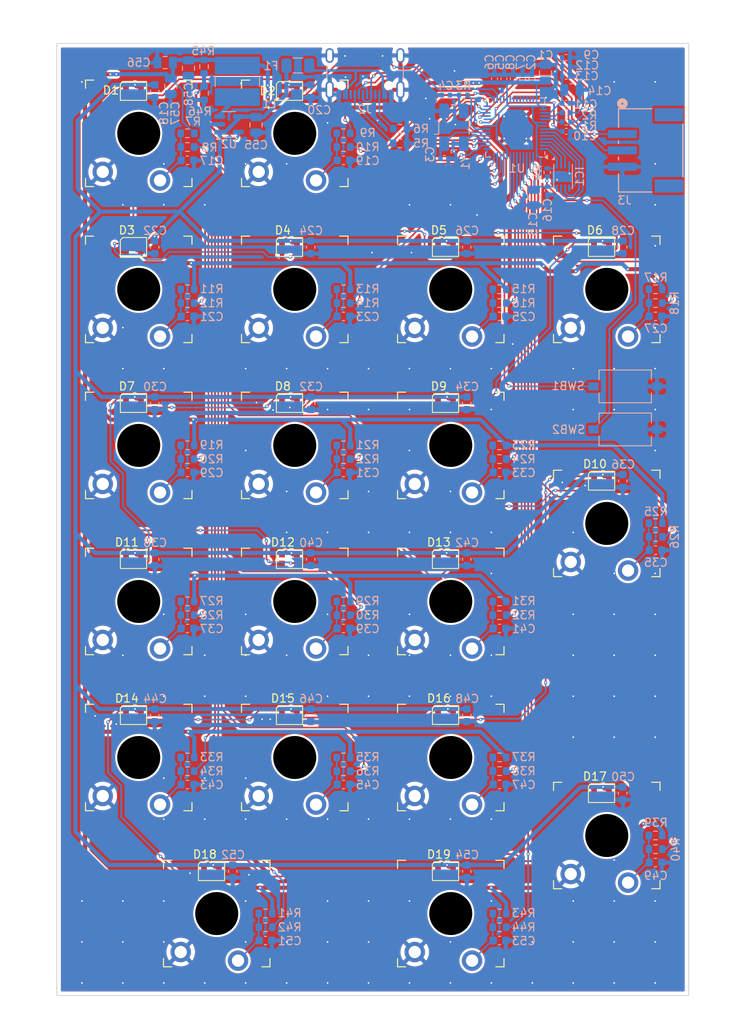
<source format=kicad_pcb>
(kicad_pcb (version 20241229) (generator "pcbnew") (generator_version "9.0")
  (layers (0 "F.Cu" signal) (2 "B.Cu" signal) (13 "F.Paste" user) (15 "B.Paste" user) (5 "F.SilkS" user "F.Silkscreen") (7 "B.SilkS" user "B.Silkscreen") (1 "F.Mask" user) (3 "B.Mask" user) (25 "Edge.Cuts" user))
  (net 0 "")
  (net 1 "GND")
  (net 2 "+1.1V")
  (net 3 "Net-(U1-XIN)")
  (net 4 "Net-(C4-Pad2)")
  (net 5 "+3.3V")
  (net 6 "Net-(C17-Pad1)")
  (net 7 "+5V")
  (net 8 "Net-(C19-Pad1)")
  (net 9 "Net-(C21-Pad1)")
  (net 10 "Net-(C23-Pad1)")
  (net 11 "Net-(C25-Pad1)")
  (net 12 "LED-MCU")
  (net 13 "/Buttons/Button1/LED-Dout")
  (net 14 "/Buttons/Button1/LED-Din")
  (net 15 "/Buttons/Button3/LED-Dout")
  (net 16 "/Buttons/Button4/LED-Dout")
  (net 17 "/Buttons/Button5/LED-Dout")
  (net 18 "Net-(F1-Pad1)")
  (net 19 "Net-(J2-CC1)")
  (net 20 "Net-(J2-CC2)")
  (net 21 "/Microcontroller/USB-N")
  (net 23 "/Microcontroller/USB-P")
  (net 25 "Net-(U1-USB_DP)")
  (net 26 "Net-(U1-USB_DM)")
  (net 27 "Net-(U1-XOUT)")
  (net 28 "Button-1")
  (net 29 "/Microcontroller/QSPI_SS")
  (net 30 "Button-2")
  (net 31 "Button-3")
  (net 32 "Button-4")
  (net 33 "Button-5")
  (net 34 "/Microcontroller/RUN")
  (net 36 "Button-13")
  (net 37 "Button-8")
  (net 38 "Button-14")
  (net 39 "Button-19")
  (net 40 "Button-6")
  (net 44 "/Microcontroller/QSPI_SCLK")
  (net 45 "/Microcontroller/QSPI_SD3")
  (net 46 "Button-11")
  (net 49 "Button-16")
  (net 50 "Button-17")
  (net 51 "Button-7")
  (net 52 "/Microcontroller/QSPI_SD2")
  (net 53 "/Microcontroller/QSPI_SD1")
  (net 55 "Button-12")
  (net 56 "Button-18")
  (net 57 "Button-15")
  (net 58 "/Microcontroller/QSPI_SD0")
  (net 59 "Button-10")
  (net 62 "Button-9")
  (net 64 "Net-(C27-Pad1)")
  (net 65 "Net-(C29-Pad1)")
  (net 66 "Net-(C31-Pad1)")
  (net 67 "Net-(C33-Pad1)")
  (net 68 "Net-(C35-Pad1)")
  (net 69 "Net-(C37-Pad1)")
  (net 70 "Net-(C39-Pad1)")
  (net 71 "Net-(C41-Pad1)")
  (net 72 "Net-(C43-Pad1)")
  (net 73 "Net-(C45-Pad1)")
  (net 74 "Net-(C47-Pad1)")
  (net 75 "Net-(C49-Pad1)")
  (net 76 "Net-(C51-Pad1)")
  (net 77 "Net-(C53-Pad1)")
  (net 78 "/Buttons/Button6/LED-Dout")
  (net 79 "/Buttons/Button7/LED-Din")
  (net 80 "/Buttons/Button10/LED-Din")
  (net 81 "/Buttons/Button10/LED-Dout")
  (net 82 "/Buttons/Button11/LED-Dout")
  (net 83 "/Buttons/Button12/LED-Dout")
  (net 84 "/Buttons/Button14/LED-Dout")
  (net 85 "/Buttons/Button17/LED-Dout")
  (net 86 "/Buttons/Button18/LED-Dout")
  (net 87 "Net-(U2-SW)")
  (net 88 "Net-(R4-Pad2)")
  (net 89 "Net-(U2-FB)")
  (net 90 "Net-(U1-SWD)")
  (net 91 "Net-(U1-SWCLK)")
  (net 92 "/Buttons/Button8/LED-Din")
  (net 93 "/Buttons/Button11/LED-Din")
  (net 94 "/Buttons/Button14/LED-Din")
  (net 95 "/Buttons/Button15/LED-Din")
  (net 96 "/Buttons/Button17/LED-Din")
  (footprint "SW_Gateron_LowProfile_KS33_THT:SW_Gateron_LowProfile_THT" (layer "F.Cu") (at 174.0916 132.0038)
    (property "Reference" "SW17" (hide yes))
    (property "Value" "Button" (hide yes))
  )
  (footprint "SW_Gateron_LowProfile_KS33_THT:SW_Gateron_LowProfile_THT" (layer "F.Cu") (at 155.0416 84.3788)
    (property "Reference" "SW9" (hide yes))
    (property "Value" "Button" (hide yes))
  )
  (footprint "LED_SMD:LED_WS2812B-2020_PLCC4_2.0x2.0mm" (layer "F.Cu") (at 135.349 60.149)
    (property "Reference" "D4")
    (property "Value" "WS2812C-2020")
  )
  (footprint "SW_Gateron_LowProfile_KS33_THT:SW_Gateron_LowProfile_THT" (layer "F.Cu") (at 116.9416 103.4288)
    (property "Reference" "SW11" (hide yes))
    (property "Value" "Button" (hide yes))
  )
  (footprint "LED_SMD:LED_WS2812B-2020_PLCC4_2.0x2.0mm" (layer "F.Cu") (at 135.349 117.299)
    (property "Reference" "D15")
    (property "Value" "WS2812C-2020")
  )
  (footprint "LED_SMD:LED_WS2812B-2020_PLCC4_2.0x2.0mm" (layer "F.Cu") (at 125.824 136.349)
    (property "Reference" "D18")
    (property "Value" "WS2812C-2020")
  )
  (footprint "LED_SMD:LED_WS2812B-2020_PLCC4_2.0x2.0mm" (layer "F.Cu") (at 116.299 98.249)
    (property "Reference" "D11")
    (property "Value" "WS2812C-2020")
  )
  (footprint "LED_SMD:LED_WS2812B-2020_PLCC4_2.0x2.0mm" (layer "F.Cu") (at 173.456 88.6916)
    (property "Reference" "D10")
    (property "Value" "WS2812C-2020")
  )
  (footprint "LED_SMD:LED_WS2812B-2020_PLCC4_2.0x2.0mm" (layer "F.Cu") (at 116.299 117.299)
    (property "Reference" "D14")
    (property "Value" "WS2812C-2020")
  )
  (footprint "LED_SMD:LED_WS2812B-2020_PLCC4_2.0x2.0mm" (layer "F.Cu") (at 116.299 60.149)
    (property "Reference" "D3")
    (property "Value" "WS2812C-2020")
  )
  (footprint "SW_Gateron_LowProfile_KS33_THT:SW_Gateron_LowProfile_THT" (layer "F.Cu") (at 116.9416 65.3288)
    (property "Reference" "SW3" (hide yes))
    (property "Value" "Button" (hide yes))
  )
  (footprint "SW_Gateron_LowProfile_KS33_THT:SW_Gateron_LowProfile_THT" (layer "F.Cu") (at 135.9916 65.3288)
    (property "Reference" "SW4" (hide yes))
    (property "Value" "Button" (hide yes))
  )
  (footprint "SW_Gateron_LowProfile_KS33_THT:SW_Gateron_LowProfile_THT" (layer "F.Cu") (at 155.0416 122.4788)
    (property "Reference" "SW16" (hide yes))
    (property "Value" "Button" (hide yes))
  )
  (footprint "LED_SMD:LED_WS2812B-2020_PLCC4_2.0x2.0mm" (layer "F.Cu") (at 154.406 117.292)
    (property "Reference" "D16")
    (property "Value" "WS2812C-2020")
  )
  (footprint "SW_Gateron_LowProfile_KS33_THT:SW_Gateron_LowProfile_THT" (layer "F.Cu") (at 116.9416 84.3788)
    (property "Reference" "SW7" (hide yes))
    (property "Value" "Button" (hide yes))
  )
  (footprint "SW_Gateron_LowProfile_KS33_THT:SW_Gateron_LowProfile_THT" (layer "F.Cu") (at 155.0416 103.4288)
    (property "Reference" "SW13" (hide yes))
    (property "Value" "Button" (hide yes))
  )
  (footprint "LED_SMD:LED_WS2812B-2020_PLCC4_2.0x2.0mm" (layer "F.Cu") (at 135.349 79.199)
    (property "Reference" "D8")
    (property "Value" "WS2812C-2020")
  )
  (footprint "LED_SMD:LED_WS2812B-2020_PLCC4_2.0x2.0mm" (layer "F.Cu") (at 173.449 126.824)
    (property "Reference" "D17")
    (property "Value" "WS2812C-2020")
  )
  (footprint "LED_SMD:LED_WS2812B-2020_PLCC4_2.0x2.0mm" (layer "F.Cu") (at 116.299 79.199)
    (property "Reference" "D7")
    (property "Value" "WS2812C-2020")
  )
  (footprint "LED_SMD:LED_WS2812B-2020_PLCC4_2.0x2.0mm" (layer "F.Cu") (at 173.449 60.149)
    (property "Reference" "D6")
    (property "Value" "WS2812C-2020")
  )
  (footprint "SW_Gateron_LowProfile_KS33_THT:SW_Gateron_LowProfile_THT" (layer "F.Cu") (at 174.0916 65.3288)
    (property "Reference" "SW6" (hide yes))
    (property "Value" "Button" (hide yes))
  )
  (footprint "SW_Gateron_LowProfile_KS33_THT:SW_Gateron_LowProfile_THT" (layer "F.Cu") (at 135.9916 84.3788)
    (property "Reference" "SW8" (hide yes))
    (property "Value" "Button" (hide yes))
  )
  (footprint "LED_SMD:LED_WS2812B-2020_PLCC4_2.0x2.0mm" (layer "F.Cu") (at 154.399 136.349)
    (property "Reference" "D19")
    (property "Value" "WS2812C-2020")
  )
  (footprint "SW_Gateron_LowProfile_KS33_THT:SW_Gateron_LowProfile_THT" (layer "F.Cu") (at 135.9916 46.2788)
    (property "Reference" "SW2" (hide yes))
    (property "Value" "Button" (hide yes))
  )
  (footprint "SW_Gateron_LowProfile_KS33_THT:SW_Gateron_LowProfile_THT" (layer "F.Cu") (at 135.9916 122.4788)
    (property "Reference" "SW15" (hide yes))
    (property "Value" "Button" (hide yes))
  )
  (footprint "SW_Gateron_LowProfile_KS33_THT:SW_Gateron_LowProfile_THT" (layer "F.Cu") (at 155.0416 65.3288)
    (property "Reference" "SW5" (hide yes))
    (property "Value" "Button" (hide yes))
  )
  (footprint "LED_SMD:LED_WS2812B-2020_PLCC4_2.0x2.0mm" (layer "F.Cu") (at 154.399 98.249)
    (property "Reference" "D13")
    (property "Value" "WS2812C-2020")
  )
  (footprint "SW_Gateron_LowProfile_KS33_THT:SW_Gateron_LowProfile_THT" (layer "F.Cu") (at 116.9416 122.4788)
    (property "Reference" "SW14" (hide yes))
    (property "Value" "Button" (hide yes))
  )
  (footprint "SW_Gateron_LowProfile_KS33_THT:SW_Gateron_LowProfile_THT" (layer "F.Cu") (at 116.9416 46.2788)
    (property "Reference" "SW1" (hide yes))
    (property "Value" "Button" (hide yes))
  )
  (footprint "LED_SMD:LED_WS2812B-2020_PLCC4_2.0x2.0mm" (layer "F.Cu") (at 154.399 60.149)
    (property "Reference" "D5")
    (property "Value" "WS2812C-2020")
  )
  (footprint "LED_SMD:LED_WS2812B-2020_PLCC4_2.0x2.0mm" (layer "F.Cu") (at 154.399 79.199)
    (property "Reference" "D9")
    (property "Value" "WS2812C-2020")
  )
  (footprint "LED_SMD:LED_WS2812B-2020_PLCC4_2.0x2.0mm" (layer "F.Cu") (at 135.349 41.099)
    (property "Reference" "D2")
    (property "Value" "WS2812C-2020")
  )
  (footprint "SW_Gateron_LowProfile_KS33_THT:SW_Gateron_LowProfile_THT" (layer "F.Cu") (at 126.4666 141.5288)
    (property "Reference" "SW18" (hide yes))
    (property "Value" "Button" (hide yes))
  )
  (footprint "LED_SMD:LED_WS2812B-2020_PLCC4_2.0x2.0mm" (layer "F.Cu") (at 116.299 41.099)
    (property "Reference" "D1")
    (property "Value" "WS2812C-2020")
  )
  (footprint "SW_Gateron_LowProfile_KS33_THT:SW_Gateron_LowProfile_THT" (layer "F.Cu") (at 135.9916 103.4288)
    (property "Reference" "SW12" (hide yes))
    (property "Value" "Button" (hide yes))
  )
  (footprint "LED_SMD:LED_WS2812B-2020_PLCC4_2.0x2.0mm" (layer "F.Cu") (at 135.349 98.249)
    (property "Reference" "D12")
    (property "Value" "WS2812C-2020")
  )
  (footprint "SW_Gateron_LowProfile_KS33_THT:SW_Gateron_LowProfile_THT" (layer "F.Cu") (at 155.0416 141.5288)
    (property "Reference" "SW19" (hide yes))
    (property "Value" "Button" (hide yes))
  )
  (footprint "SW_Gateron_LowProfile_KS33_THT:SW_Gateron_LowProfile_THT" (layer "F.Cu") (at 174.0916 93.9038)
    (property "Reference" "SW10" (hide yes))
    (property "Value" "Button" (hide yes))
  )
  (footprint "Resistor_SMD:R_0603_1608Metric" (layer "B.Cu") (at 160.9914 143.1982)
    (property "Reference" "R44")
    (property "Value" "100R")
  )
  (footprint "Capacitor_SMD:C_0603_1608Metric" (layer "B.Cu") (at 180.0406 68.6238)
    (property "Reference" "C27")
    (property "Value" "100n")
  )
  (footprint "Capacitor_SMD:C_0402_1005Metric" (layer "B.Cu") (at 163.8131 39.6046 90)
    (property "Reference" "C7")
    (property "Value" "100n")
  )
  (footprint "Capacitor_SMD:C_0805_2012Metric" (layer "B.Cu") (at 166.6071 38.8806 90)
    (property "Reference" "C1")
    (property "Value" "2.2u")
  )
  (footprint "Capacitor_SMD:C_0402_1005Metric" (layer "B.Cu") (at 169.1191 39.3064)
    (property "Reference" "C13")
    (property "Value" "100n")
  )
  (footprint "Resistor_SMD:R_0603_1608Metric" (layer "B.Cu") (at 122.8914 103.4218)
    (property "Reference" "R27")
    (property "Value" "10k")
  )
  (footprint "Resistor_SMD:R_0603_1608Metric" (layer "B.Cu") (at 160.9914 66.9982)
    (property "Reference" "R16")
    (property "Value" "100R")
  )
  (footprint "Package_TO_SOT_SMD:SOT-23-5" (layer "B.Cu") (at 127.9597 45.1822)
    (property "Reference" "U2")
    (property "Value" "TLV62568DBV")
  )
  (footprint "Capacitor_SMD:C_0603_1608Metric" (layer "B.Cu") (at 118.8904 117.328 -90)
    (property "Reference" "C44")
    (property "Value" "100n")
  )
  (footprint "Capacitor_SMD:C_0603_1608Metric" (layer "B.Cu") (at 122.8906 125.7738)
    (property "Reference" "C43")
    (property "Value" "100n")
  )
  (footprint "Capacitor_SMD:C_0603_1608Metric" (layer "B.Cu") (at 122.8906 49.5738)
    (property "Reference" "C17")
    (property "Value" "100n")
  )
  (footprint "Capacitor_SMD:C_0805_2012Metric" (layer "B.Cu") (at 131.2617 45.2432 90)
    (property "Reference" "C55")
    (property "Value" "4.7u")
  )
  (footprint "S3B_PH_SM4_TB:CONN3_S3B-PH_JST" (layer "B.Cu") (at 179.451 48.3616 90)
    (property "Reference" "J3")
    (property "Value" "S3B-PH-SM4-TB")
  )
  (footprint "Capacitor_SMD:C_0805_2012Metric" (layer "B.Cu") (at 169.8431 40.9574)
    (property "Reference" "C14")
    (property "Value" "2.2u")
  )
  (footprint "Resistor_SMD:R_0603_1608Metric" (layer "B.Cu") (at 160.9914 84.3718)
    (property "Reference" "R23")
    (property "Value" "10k")
  )
  (footprint "Resistor_SMD:R_0603_1608Metric" (layer "B.Cu") (at 122.8914 122.4718)
    (property "Reference" "R33")
    (property "Value" "10k")
  )
  (footprint "Capacitor_SMD:C_0603_1608Metric" (layer "B.Cu") (at 137.9404 98.278 -90)
    (property "Reference" "C40")
    (property "Value" "100n")
  )
  (footprint "Capacitor_SMD:C_0603_1608Metric" (layer "B.Cu") (at 160.9906 144.8238)
    (property "Reference" "C53")
    (property "Value" "100n")
  )
  (footprint "Resistor_SMD:R_0603_1608Metric" (layer "B.Cu") (at 148.844 47.498)
    (property "Reference" "R5")
    (property "Value" "5.1k")
  )
  (footprint "Resistor_SMD:R_0603_1608Metric" (layer "B.Cu") (at 122.8914 86.0482)
    (property "Reference" "R20")
    (property "Value" "100R")
  )
  (footprint "Capacitor_SMD:C_0603_1608Metric" (layer "B.Cu") (at 176.0404 60.178 -90)
    (property "Reference" "C28")
    (property "Value" "100n")
  )
  (footprint "Resistor_SMD:R_0603_1608Metric" (layer "B.Cu") (at 180.0484 93.8644)
    (property "Reference" "R25")
    (property "Value" "10k")
  )
  (footprint "Capacitor_SMD:C_0603_1608Metric" (layer "B.Cu") (at 122.8906 87.6738)
    (property "Reference" "C29")
    (property "Value" "100n")
  )
  (footprint "Resistor_SMD:R_0603_1608Metric" (layer "B.Cu") (at 122.8914 46.2718)
    (property "Reference" "R7")
    (property "Value" "10k")
  )
  (footprint "Capacitor_SMD:C_0402_1005Metric" (layer "B.Cu") (at 166.8611 53.2646 -90)
    (property "Reference" "C16")
    (property "Value" "100n")
  )
  (footprint "Resistor_SMD:R_0603_1608Metric" (layer "B.Cu") (at 141.9414 84.3718)
    (property "Reference" "R21")
    (property "Value" "10k")
  )
  (footprint "Resistor_SMD:R_0603_1608Metric" (layer "B.Cu") (at 141.9414 122.4718)
    (property "Reference" "R35")
    (property "Value" "10k")
  )
  (footprint "Resistor_SMD:R_0402_1005Metric" (layer "B.Cu") (at 156.5721 41.6086 180)
    (property "Reference" "R3")
    (property "Value" "1k")
  )
  (footprint "Capacitor_SMD:C_0402_1005Metric" (layer "B.Cu") (at 169.1191 42.6084)
    (property "Reference" "C11")
    (property "Value" "100n")
  )
  (footprint "Capacitor_SMD:C_0603_1608Metric" (layer "B.Cu") (at 141.9406 106.7238)
    (property "Reference" "C39")
    (property "Value" "100n")
  )
  (footprint "Resistor_SMD:R_0603_1608Metric" (layer "B.Cu") (at 160.9984 124.1412)
    (property "Reference" "R38")
    (property "Value" "100R")
  )
  (footprint "Crystal:Crystal_SMD_Abracon_ABM3B-4Pin_5.0x3.2mm" (layer "B.Cu") (at 155.4311 45.5456 90)
    (property "Reference" "Y1")
    (property "Value" "ABM8-272-T3")
  )
  (footprint "Resistor_SMD:R_0603_1608Metric" (layer "B.Cu") (at 180.0484 95.5408)
    (property "Reference" "R26")
    (property "Value" "100R")
  )
  (footprint "Capacitor_SMD:C_0402_1005Metric" (layer "B.Cu") (at 169.1191 37.0204)
    (property "Reference" "C9")
    (property "Value" "100n")
  )
  (footprint "Capacitor_SMD:C_0603_1608Metric" (layer "B.Cu") (at 118.8904 41.128 -90)
    (property "Reference" "C18")
    (property "Value" "100n")
  )
  (footprint "Resistor_SMD:R_0603_1608Metric" (layer "B.Cu") (at 122.8914 47.9482)
    (property "Reference" "R8")
    (property "Value" "100R")
  )
  (footprint "Capacitor_SMD:C_0402_1005Metric" (layer "B.Cu") (at 164.9561 39.6046 90)
    (property "Reference" "C2")
    (property "Value" "100n")
  )
  (footprint "Resistor_SMD:R_0603_1608Metric" (layer "B.Cu") (at 122.8914 66.9982)
    (property "Reference" "R12")
    (property "Value" "100R")
  )
  (footprint "Capacitor_SMD:C_0402_1005Metric" (layer "B.Cu") (at 154.2601 49.3556 180)
    (property "Reference" "C3")
    (property "Value" "15p")
  )
  (footprint "Resistor_SMD:R_0402_1005Metric" (layer "B.Cu") (at 166.8146 51.0646 -90)
    (property "Reference" "R4")
    (property "Value" "1k")
  )
  (footprint "Capacitor_SMD:C_0805_2012Metric" (layer "B.Cu") (at 165.2101 54.1156 -90)
    (property "Reference" "C15")
    (property "Value" "1u")
  )
  (footprint "Resistor_SMD:R_0603_1608Metric" (layer "B.Cu") (at 141.9414 46.2718)
    (property "Reference" "R9")
    (property "Value" "10k")
  )
  (footprint "Capacitor_SMD:C_0603_1608Metric" (layer "B.Cu") (at 156.9974 117.321 -90)
    (property "Reference" "C48")
    (property "Value" "100n")
  )
  (footprint "Button_Switch_SMD:SW_Tactile_SPST_NO_Straight_CK_PTS636Sx25SMTRLFS" (layer "B.Cu") (at 176.341 77.173 180)
    (property "Reference" "SWB1")
    (property "Value" "SW_Push")
  )
  (footprint "Resistor_SMD:R_0603_1608Metric" (layer "B.Cu") (at 132.4164 143.1982)
    (property "Reference" "R42")
    (property "Value" "100R")
  )
  (footprint "Resistor_SMD:R_0603_1608Metric" (layer "B.Cu") (at 141.9414 66.9982)
    (property "Reference" "R14")
    (property "Value" "100R")
  )
  (footprint "Resistor_SMD:R_0603_1608Metric" (layer "B.Cu") (at 124.9172 41.3742 -90)
    (property "Reference" "R46")
    (property "Value" "100k")
  )
  (footprint "Resistor_SMD:R_0603_1608Metric" (layer "B.Cu") (at 160.9914 86.0482)
    (property "Reference" "R24")
    (property "Value" "100R")
  )
  (footprint "Capacitor_SMD:C_0603_1608Metric" (layer "B.Cu") (at 137.9404 79.228 -90)
    (property "Reference" "C32")
    (property "Value" "100n")
  )
  (footprint "Capacitor_SMD:C_0402_1005Metric" (layer "B.Cu") (at 169.1471 46.0374)
    (property "Reference" "C10")
    (property "Value" "100n")
  )
  (footprint "Capacitor_SMD:C_0603_1608Metric" (layer "B.Cu") (at 141.9406 49.5738)
    (property "Reference" "C19")
    (property "Value" "100n")
  )
  (footprint "Capacitor_SMD:C_0603_1608Metric" (layer "B.Cu") (at 128.4154 136.378 -90)
    (property "Reference" "C52")
    (property "Value" "100n")
  )
  (footprint "Capacitor_SMD:C_0603_1608Metric" (layer "B.Cu") (at 176.0474 88.7206 -90)
    (property "Reference" "C36")
    (property "Value" "100n")
  )
  (footprint "Resistor_SMD:R_0603_1608Metric" (layer "B.Cu") (at 124.9172 38.1362 -90)
    (property "Reference" "R45")
    (property "Value" "453k")
  )
  (footprint "Resistor_SMD:R_0402_1005Metric" (layer "B.Cu") (at 169.1491 43.7514 180)
    (property "Reference" "R2")
    (property "Value" "27R")
  )
  (footprint "Capacitor_SMD:C_0402_1005Metric" (layer "B.Cu") (at 160.3841 39.6046 90)
    (property "Reference" "C6")
    (property "Value" "100n")
  )
  (footprint "Resistor_SMD:R_0603_1608Metric" (layer "B.Cu") (at 141.9414 124.1482)
    (property "Reference" "R36")
    (property "Value" "100R")
  )
  (footprint "Resistor_SMD:R_0603_1608Metric" (layer "B.Cu") (at 141.9414 47.9482)
    (property "Reference" "R10")
    (property "Value" "100R")
  )
  (footprint "Capacitor_SMD:C_0603_1608Metric" (layer "B.Cu") (at 156.9904 60.178 -90)
    (property "Reference" "C26")
    (property "Value" "100n")
  )
  (footprint "Capacitor_SMD:C_0603_1608Metric" (layer "B.Cu") (at 156.9904 79.228 -90)
    (property "Reference" "C34")
    (property "Value" "100n")
  )
  (footprint "Capacitor_SMD:C_0402_1005Metric" (layer "B.Cu") (at 161.5271 39.6046 90)
    (property "Reference" "C5")
    (property "Value" "100n")
  )
  (footprint "Capacitor_SMD:C_0603_1608Metric" (layer "B.Cu") (at 176.0404 126.853 -90)
    (property "Reference" "C50")
    (property "Value" "100n")
  )
  (footprint "Resistor_SMD:R_0603_1608Metric" (layer "B.Cu") (at 122.8914 124.1482)
    (property "Reference" "R34")
    (property "Value" "100R")
  )
  (footprint "Capacitor_SMD:C_0603_1608Metric" (layer "B.Cu") (at 118.8904 98.278 -90)
    (property "Reference" "C38")
    (property "Value" "100n")
  )
  (footprint "Capacitor_SMD:C_0603_1608Metric" (layer "B.Cu") (at 180.0406 135.2988)
    (property "Reference" "C49")
    (property "Value" "100n")
  )
  (footprint "Capacitor_SMD:C_0603_1608Metric" (layer "B.Cu") (at 122.8906 68.6238)
    (property "Reference" "C21")
    (property "Value" "100n")
  )
  (footprint "Resistor_SMD:R_0603_1608Metric" (layer "B.Cu") (at 180.0414 131.9968)
    (property "Reference" "R39")
    (property "Value" "10k")
  )
  (footprint "Capacitor_SMD:C_0603_1608Metric" (layer "B.Cu") (at 122.8906 106.7238)
    (property "Reference" "C37")
    (property "Value" "100n")
  )
  (footprint "Capacitor_SMD:C_0603_1608Metric" (layer "B.Cu") (at 137.9404 41.128 -90)
    (property "Reference" "C20")
    (property "Value" "100n")
  )
  (footprint "Resistor_SMD:R_0603_1608Metric" (layer "B.Cu") (at 132.4164 141.5218)
    (property "Reference" "R41")
    (property "Value" "10k")
  )
  (footprint "Connector_USB:USB_C_Receptacle_GCT_USB4105-xx-A_16P_TopMnt_Horizontal" (layer "B.Cu") (at 144.5748 37.8542)
    (property "Reference" "J2")
    (property "Value" "USB_C_Receptacle_USB2.0_16P")
  )
  (footprint "Capacitor_SMD:C_0805_2012Metric" (layer "B.Cu") (at 120.1572 37.6428)
    (property "Reference" "C56")
    (property "Value" "10u")
  )
  (footprint "Capacitor_SMD:C_0402_1005Metric" (layer "B.Cu") (at 154.4431 41.6086)
    (property "Reference" "C4")
    (property "Value" "15p")
  )
  (footprint "Resistor_SMD:R_0603_1608Metric" (layer "B.Cu") (at 180.0414 65.3218)
    (property "Reference" "R17")
    (property "Value" "10k")
  )
  (footprint "Capacitor_SMD:C_0805_2012Metric" (layer "B.Cu") (at 123.0122 38.3292 90)
    (property "Reference" "C58")
    (property "Value" "10u")
  )
  (footprint "Resistor_SMD:R_0603_1608Metric" (layer "B.Cu") (at 160.9914 105.0982)
    (property "Reference" "R32")
    (property "Value" "100R")
  )
  (footprint "Capacitor_SMD:C_0603_1608Metric" (layer "B.Cu") (at 118.8904 79.228 -90)
    (property "Reference" "C30")
    (property "Value" "100n")
  )
  (footprint "Resistor_SMD:R_0603_1608Metric" (layer "B.Cu") (at 141.9414 103.4218)
    (property "Reference" "R29")
    (property "Value" "10k")
  )
  (footprint "Resistor_SMD:R_0603_1608Metric" (layer "B.Cu") (at 160.9984 122.4648)
    (property "Reference" "R37")
    (property "Value" "10k")
  )
  (footprint "Capacitor_SMD:C_0603_1608Metric" (layer "B.Cu") (at 137.9404 60.178 -90)
    (property "Reference" "C24")
    (property "Value" "100n")
  )
  (footprint "Capacitor_SMD:C_0603_1608Metric" (layer "B.Cu") (at 156.9904 98.278 -90)
    (property "Reference" "C42")
    (property "Value" "100n")
  )
  (footprint "Capacitor_SMD:C_0805_2012Metric" (layer "B.Cu") (at 120.8532 40.5232 90)
    (property "Reference" "C57")
    (property "Value" "10u")
  )
  (footprint "Capacitor_SMD:C_0603_1608Metric" (layer "B.Cu") (at 160.9906 68.6238)
    (property "Reference" "C25")
    (property "Value" "100n")
  )
  (footprint "Resistor_SMD:R_0402_1005Metric" (layer "B.Cu") (at 169.1451 44.8944 180)
    (property "Reference" "R1")
    (property "Value" "27R")
  )
  (footprint "Package_DFN_QFN:QFN-56-1EP_7x7mm_P0.4mm_EP3.2x3.2mm_ThermalVias" (layer "B.Cu") (at 162.9156 45.5676 90)
    (property "Reference" "U1")
    (property "Value" "RP2040")
  )
  (footprint "Capacitor_SMD:C_0603_1608Metric" (layer "B.Cu") (at 141.9406 125.7738)
    (property "Reference" "C45")
    (property "Value" "100n")
  )
  (footprint "Fuse:Fuse_1206_3216Metric" (layer "B.Cu") (at 136.3756 37.9984 180)
    (property "Reference" "F1")
    (property "Value" "Fuse")
  )
  (footprint "Resistor_SMD:R_0603_1608Metric" (layer "B.Cu") (at 141.9414 105.0982)
    (property "Reference" "R30")
    (property "Value" "100R")
  )
  (footprint "Resistor_SMD:R_0603_1608Metric" (layer "B.Cu") (at 122.8914 84.3718)
    (property "Reference" "R19")
    (property "Value" "10k")
  )
  (footprint "Package_SON:Winbond_USON-8-1EP_3x2mm_P0.5mm_EP0.2x1.6mm" (layer "B.Cu") (at 168.7541 51.5426 -90)
    (property "Reference" "IC1")
    (property "Value" "W25Q16JVUXIQ_TR")
  )
  (footprint "Capacitor_SMD:C_0603_1608Metric" (layer "B.Cu") (at 180.0476 97.1664)
    (property "Reference" "C35")
    (property "Value" "100n")
  )
  (footprint "Resistor_SMD:R_0603_1608Metric" (layer "B.Cu") (at 141.9414 86.0482)
    (property "Reference" "R22")
    (property "Value" "100R")
  )
  (footprint "Resistor_SMD:R_0603_1608Metric" (layer "B.Cu") (at 122.8914 105.0982)
    (property "Reference" "R28")
    (property "Value" "100R")
  )
  (footprint "Resistor_SMD:R_0603_1608Metric" (layer "B.Cu") (at 160.9914 65.3218)
    (property "Reference" "R15")
    (property "Value" "10k")
  )
  (footprint "Capacitor_SMD:C_0603_1608Metric" (layer "B.Cu") (at 118.8904 60.178 -90)
    (property "Reference" "C22")
    (property "Value" "100n")
  )
  (footprint "Capacitor_SMD:C_0603_1608Metric" (layer "B.Cu") (at 141.9406 68.6238)
    (property "Reference" "C23")
    (property "Value" "100n")
  )
  (footprint "Capacitor_SMD:C_0402_1005Metric" (layer "B.Cu") (at 162.6701 39.6046 90)
    (property "Reference" "C8")
    (property "Value" "100n")
  )
  (footprint "Resistor_SMD:R_0603_1608Metric" (layer "B.Cu") (at 122.8914 65.3218)
    (property "Reference" "R11")
    (property "Value" "10k")
  )
  (footprint "Capacitor_SMD:C_0603_1608Metric" (layer "B.Cu") (at 156.9904 136.378 -90)
    (property "Reference" "C54")
    (property "Value" "100n")
  )
  (footprint "Capacitor_SMD:C_0603_1608Metric" (layer "B.Cu") (at 160.9906 106.7238)
    (property "Reference" "C41")
    (property "Value" "100n")
  )
  (footprint "Resistor_SMD:R_0603_1608Metric" (layer "B.Cu") (at 141.9414 65.3218)
    (property "Reference" "R13")
    (property "Value" "10k")
  )
  (footprint "Capacitor_SMD:C_0603_1608Metric" (layer "B.Cu") (at 141.9406 87.6738)
    (property "Reference" "C31")
    (property "Value" "100n")
  )
  (footprint "Capacitor_SMD:C_0603_1608Metric" (layer "B.Cu") (at 160.9906 87.6738)
    (property "Reference" "C33")
    (property "Value" "100n")
  )
  (footprint "Capacitor_SMD:C_0603_1608Metric" (layer "B.Cu") (at 137.9404 117.328 -90)
    (property "Reference" "C46")
    (property "Value" "100n")
  )
  (footprint "Capacitor_SMD:C_0402_1005Metric" (layer "B.Cu") (at 169.1191 38.1634)
    (property "Reference" "C12")
    (property "Value" "100n")
  )
  (footprint "Capacitor_SMD:C_0603_1608Metric" (layer "B.Cu") (at 160.9976 125.7668)
    (property "Reference" "C47")
    (property "Value" "100n")
  )
  (footprint "Capacitor_SMD:C_0603_1608Metric" (layer "B.Cu") (at 132.4156 144.8238)
    (property "Reference" "C51")
    (property "Value" "100n")
  )
  (footprint "Resistor_SMD:R_0603_1608Metric" (layer "B.Cu") (at 160.9914 141.5218)
    (property "Reference" "R43")
    (property "Value" "10k")
  )
  (footprint "Button_Switch_SMD:SW_Tactile_SPST_NO_Straight_CK_PTS636Sx25SMTRLFS" (layer "B.Cu") (at 176.341 82.423 180)
    (property "Reference" "SWB2")
    (property "Value" "SW_Push")
  )
  (footprint "Resistor_SMD:R_0603_1608Metric" (layer "B.Cu") (at 180.0414 66.9982)
    (property "Reference" "R18")
    (property "Value" "100R")
  )
  (footprint "Resistor_SMD:R_0603_1608Metric" (layer "B.Cu") (at 160.9914 103.4218)
    (property "Reference" "R31")
    (property "Value" "10k")
  )
  (footprint "Resistor_SMD:R_0603_1608Metric" (layer "B.Cu") (at 148.844 45.72)
    (property "Reference" "R6")
    (property "Value" "5.1k")
  )
  (footprint "Inductor_SMD:L_Ferrocore_DLG-0504" (layer "B.Cu") (at 128.9812 39.9342 90)
    (property "Reference" "L1")
    (property "Value" "2.2u")
  )
  (footprint "Resistor_SMD:R_0603_1608Metric" (layer "B.Cu") (at 180.0414 133.6732)
    (property "Reference" "R40")
    (property "Value" "100R")
  )
  (gr_rect (start 106.934 35.306) (end 184.0992 151.5364) (stroke (width 0.1)) (fill no) (layer "Edge.Cuts"))
  (via (at 155 90) (size 0.4) (drill 0.2) (layers "F.Cu" "B.Cu") (net 1))
  (via (at 120 125) (size 0.4) (drill 0.2) (layers "F.Cu" "B.Cu") (net 1))
  (via (at 145 115) (size 0.4) (drill 0.2) (layers "F.Cu" "B.Cu") (net 1))
  (via (at 175 100) (size 0.4) (drill 0.2) (layers "F.Cu" "B.Cu") (net 1))
  (via (at 180 55) (size 0.4) (drill 0.2) (layers "F.Cu" "B.Cu") (net 1))
  (via (at 146.7104 36.83) (size 0.4) (drill 0.2) (layers "F.Cu" "B.Cu") (net 1))
  (via (at 125 110) (size 0.4) (drill 0.2) (layers "F.Cu" "B.Cu") (net 1))
  (via (at 125 150) (size 0.4) (drill 0.2) (layers "F.Cu" "B.Cu") (net 1))
  (via (at 180 50) (size 0.4) (drill 0.2) (layers "F.Cu" "B.Cu") (net 1))
  (via (at 170 105) (size 0.4) (drill 0.2) (layers "F.Cu" "B.Cu") (net 1))
  (via (at 155 75) (size 0.4) (drill 0.2) (layers "F.Cu" "B.Cu") (net 1))
  (via (at 140 145) (size 0.4) (drill 0.2) (layers "F.Cu" "B.Cu") (net 1))
  (via (at 145 80) (size 0.4) (drill 0.2) (layers "F.Cu" "B.Cu") (net 1))
  (via (at 120 55) (size 0.4) (drill 0.2) (layers "F.Cu" "B.Cu") (net 1))
  (via (at 140 140) (size 0.4) (drill 0.2) (layers "F.Cu" "B.Cu") (net 1))
  (via (at 156.972 49.403) (size 0.4) (drill 0.2) (layers "F.Cu" "B.Cu") (net 1))
  (via (at 155 55) (size 0.4) (drill 0.2) (layers "F.Cu" "B.Cu") (net 1))
  (via (at 180 115) (size 0.4) (drill 0.2) (layers "F.Cu" "B.Cu") (net 1))
  (via (at 160 130) (size 0.4) (drill 0.2) (layers "F.Cu" "B.Cu") (net 1))
  (via (at 175 115) (size 0.4) (drill 0.2) (layers "F.Cu" "B.Cu") (net 1))
  (via (at 155 145) (size 0.4) (drill 0.2) (layers "F.Cu" "B.Cu") (net 1))
  (via (at 170 95) (size 0.4) (drill 0.2) (layers "F.Cu" "B.Cu") (net 1))
  (via (at 168.656 88.9) (size 0.4) (drill 0.2) (layers "F.Cu" "B.Cu") (net 1))
  (via (at 150 75) (size 0.4) (drill 0.2) (layers "F.Cu" "B.Cu") (net 1))
  (via (at 115 70) (size 0.4) (drill 0.2) (layers "F.Cu" "B.Cu") (net 1))
  (via (at 120 130) (size 0.4) (drill 0.2) (layers "F.Cu" "B.Cu") (net 1))
  (via (at 145 140) (size 0.4) (drill 0.2) (layers "F.Cu" "B.Cu") (net 1))
  (via (at 115 140) (size 0.4) (drill 0.2) (layers "F.Cu" "B.Cu") (net 1))
  (via (at 150 85) (size 0.4) (drill 0.2) (layers "F.Cu" "B.Cu") (net 1))
  (via (at 135 90) (size 0.4) (drill 0.2) (layers "F.Cu" "B.Cu") (net 1))
  (via (at 145.415 60.833) (size 0.4) (drill 0.2) (layers "F.Cu" "B.Cu") (net 1))
  (via (at 130 150) (size 0.4) (drill 0.2) (layers "F.Cu" "B.Cu") (net 1))
  (via (at 155 115) (size 0.4) (drill 0.2) (layers "F.Cu" "B.Cu") (net 1))
  (via (at 125 115) (size 0.4) (drill 0.2) (layers "F.Cu" "B.Cu") (net 1))
  (via (at 155 95) (size 0.4) (drill 0.2) (layers "F.Cu" "B.Cu") (net 1))
  (via (at 150 95) (size 0.4) (drill 0.2) (layers "F.Cu" "B.Cu") (net 1))
  (via (at 125 125) (size 0.4) (drill 0.2) (layers "F.Cu" "B.Cu") (net 1))
  (via (at 175 110) (size 0.4) (drill 0.2) (layers "F.Cu" "B.Cu") (net 1))
  (via (at 165 150) (size 0.4) (drill 0.2) (layers "F.Cu" "B.Cu") (net 1))
  (via (at 170 145) (size 0.4) (drill 0.2) (layers "F.Cu" "B.Cu") (net 1))
  (via (at 140 75) (size 0.4) (drill 0.2) (layers "F.Cu" "B.Cu") (net 1))
  (via (at 167.767 40.894) (size 0.4) (drill 0.2) (layers "F.Cu" "B.Cu") (net 1))
  (via (at 132 117.8) (size 0.4) (drill 0.2) (layers "F.Cu" "B.Cu") (net 1))
  (via (at 115 150) (size 0.4) (drill 0.2) (layers "F.Cu" "B.Cu") (net 1))
  (via (at 167.767 38.735) (size 0.4) (drill 0.2) (layers "F.Cu" "B.Cu") (net 1))
  (via (at 145 145) (size 0.4) (drill 0.2) (layers "F.Cu" "B.Cu") (net 1))
  (via (at 160 140) (size 0.4) (drill 0.2) (layers "F.Cu" "B.Cu") (net 1))
  (via (at 135 150) (size 0.4) (drill 0.2) (layers "F.Cu" "B.Cu") (net 1))
  (via (at 150 55) (size 0.4) (drill 0.2) (layers "F.Cu" "B.Cu") (net 1))
  (via (at 135 95) (size 0.4) (drill 0.2) (layers "F.Cu" "B.Cu") (net 1))
  (via (at 145 150) (size 0.4) (drill 0.2) (layers "F.Cu" "B.Cu") (net 1))
  (via (at 140 150) (size 0.4) (drill 0.2) (layers "F.Cu" "B.Cu") (net 1))
  (via (at 129.4384 40.1828) (size 0.4) (drill 0.2) (layers "F.Cu" "B.Cu") (net 1))
  (via (at 150 110) (size 0.4) (drill 0.2) (layers "F.Cu" "B.Cu") (net 1))
  (via (at 180 145) (size 0.4) (drill 0.2) (layers "F.Cu" "B.Cu") (net 1))
  (via (at 180 80) (size 0.4) (drill 0.2) (layers "F.Cu" "B.Cu") (net 1))
  (via (at 133.35 80.0608) (size 0.4) (drill 0.2) (layers "F.Cu" "B.Cu") (net 1))
  (via (at 130 110) (size 0.4) (drill 0.2) (layers "F.Cu" "B.Cu") (net 1))
  (via (at 115 115) (size 0.4) (drill 0.2) (layers "F.Cu" "B.Cu") (net 1))
  (via (at 140 80) (size 0.4) (drill 0.2) (layers "F.Cu" "B.Cu") (net 1))
  (via (at 120 50) (size 0.4) (drill 0.2) (layers "F.Cu" "B.Cu") (net 1))
  (via (at 175 140) (size 0.4) (drill 0.2) (layers "F.Cu" "B.Cu") (net 1))
  (via (at 155.6004 45.212) (size 0.4) (drill 0.2) (layers "F.Cu" "B.Cu") (net 1))
  (via (at 168.021 51.943) (size 0.4) (drill 0.2) (layers "F.Cu" "B.Cu") (net 1))
  (via (at 170 75) (size 0.4) (drill 0.2) (layers "F.Cu" "B.Cu") (net 1))
  (via (at 145 75) (size 0.4) (drill 0.2) (layers "F.Cu" "B.Cu") (net 1))
  (via (at 171.45 89.281) (size 0.4) (drill 0.2) (layers "F.Cu" "B.Cu") (net 1))
  (via (at 120 145) (size 0.4) (drill 0.2) (layers "F.Cu" "B.Cu") (net 1))
  (via (at 115 55) (size 0.4) (drill 0.2) (layers "F.Cu" "B.Cu") (net 1))
  (via (at 130 115) (size 0.4) (drill 0.2) (layers "F.Cu" "B.Cu") (net 1))
  (via (at 155.4988 38.6588) (size 0.4) (drill 0.2) (layers "F.Cu" "B.Cu") (net 1))
  (via (at 145 130) (size 0.4) (drill 0.2) (layers "F.Cu" "B.Cu") (net 1))
  (via (at 170 110) (size 0.4) (drill 0.2) (layers "F.Cu" "B.Cu") (net 1))
  (via (at 145 90) (size 0.4) (drill 0.2) (layers "F.Cu" "B.Cu") (net 1))
  (via (at 161.036 40.8432) (size 0.4) (drill 0.2) (layers "F.Cu" "B.Cu") (net 1))
  (via (at 142.1384 36.83) (size 0.4) (drill 0.2) (layers "F.Cu" "B.Cu") (net 1))
  (via (at 160 80) (size 0.4) (drill 0.2) (layers "F.Cu" "B.Cu") (net 1))
  (via (at 110 140) (size 0.4) (drill 0.2) (layers "F.Cu" "B.Cu") (net 1))
  (via (at 130 145) (size 0.4) (drill 0.2) (layers "F.Cu" "B.Cu") (net 1))
  (via (at 135.382 79.756) (size 0.4) (drill 0.2) (layers "F.Cu" "B.Cu") (net 1))
  (via (at 120 140) (size 0.4) (drill 0.2) (layers "F.Cu" "B.Cu") (net 1))
  (via (at 150 115) (size 0.4) (drill 0.2) (layers "F.Cu" "B.Cu") (net 1))
  (via (at 169.545 51.181) (size 0.4) (drill 0.2) (layers "F.Cu" "B.Cu") (net 1))
  (via (at 120 115) (size 0.4) (drill 0.2) (layers "F.Cu" "B.Cu") (net 1))
  (via (at 130.4 136.8) (size 0.4) (drill 0.2) (layers "F.Cu" "B.Cu") (net 1))
  (via (at 130 140) (size 0.4) (drill 0.2) (layers "F.Cu" "B.Cu") (net 1))
  (via (at 158.242 56.2356) (size 0.4) (drill 0.2) (layers "F.Cu" "B.Cu") (net 1))
  (via (at 152.4508 44.5008) (size 0.4) (drill 0.2) (layers "F.Cu" "B.Cu") (net 1))
  (via (at 140 105) (size 0.4) (drill 0.2) (layers "F.Cu" "B.Cu") (net 1))
  (via (at 162.6 72) (size 0.4) (drill 0.2) (layers "F.Cu" "B.Cu") (net 1))
  (via (at 115 145) (size 0.4) (drill 0.2) (layers "F.Cu" "B.Cu") (net 1))
  (via (at 170 120) (size 0.4) (drill 0.2) (layers "F.Cu" "B.Cu") (net 1))
  (via (at 145 95) (size 0.4) (drill 0.2) (layers "F.Cu" "B.Cu") (net 1))
  (via (at 180 140) (size 0.4) (drill 0.2) (layers "F.Cu" "B.Cu") (net 1))
  (via (at 114.2 118.4) (size 0.4) (drill 0.2) (layers "F.Cu" "B.Cu") (net 1))
  (via (at 160 115) (size 0.4) (drill 0.2) (layers "F.Cu" "B.Cu") (net 1))
  (via (at 180 105) (size 0.4) (drill 0.2) (layers "F.Cu" "B.Cu") (net 1))
  (via (at 175 105) (size 0.4) (drill 0.2) (layers "F.Cu" "B.Cu") (net 1))
  (via (at 135 145) (size 0.4) (drill 0.2) (layers "F.Cu" "B.Cu") (net 1))
  (via (at 180 70) (size 0.4) (drill 0.2) (layers "F.Cu" "B.Cu") (net 1))
  (via (at 110 150) (size 0.4) (drill 0.2) (layers "F.Cu" "B.Cu") (net 1))
  (via (at 115 75) (size 0.4) (drill 0.2) (layers "F.Cu" "B.Cu") (net 1))
  (via (at 170 115) (size 0.4) (drill 0.2) (layers "F.Cu" "B.Cu") (net 1))
  (via (at 155 110) (size 0.4) (drill 0.2) (layers "F.Cu" "B.Cu") (net 1))
  (via (at 175 145) (size 0.4) (drill 0.2) (layers "F.Cu" "B.Cu") (net 1))
  (via (at 170 150) (size 0.4) (drill 0.2) (layers "F.Cu" "B.Cu") (net 1))
  (via (at 180 150) (size 0.4) (drill 0.2) (layers "F.Cu" "B.Cu") (net 1))
  (via (at 180 60) (size 0.4) (drill 0.2) (layers "F.Cu" "B.Cu") (net 1))
  (via (at 150 130) (size 0.4) (drill 0.2) (layers "F.Cu" "B.Cu") (net 1))
  (via (at 150 105) (size 0.4) (drill 0.2) (layers "F.Cu" "B.Cu") (net 1))
  (via (at 152.7048 48.768) (size 0.4) (drill 0.2) (layers "F.Cu" "B.Cu") (net 1))
  (via (at 180 120) (size 0.4) (drill 0.2) (layers "F.Cu" "B.Cu") (net 1))
  (via (at 140 130) (size 0.4) (drill 0.2) (layers "F.Cu" "B.Cu") (net 1))
  (via (at 155.448 48.514) (size 0.4) (drill 0.2) (layers "F.Cu" "B.Cu") (net 1))
  (via (at 140 45) (size 0.4) (drill 0.2) (layers "F.Cu" "B.Cu") (net 1))
  (via (at 180 40) (size 0.4) (drill 0.2) (layers "F.Cu" "B.Cu") (net 1))
  (via (at 150 80) (size 0.4) (drill 0.2) (layers "F.Cu" "B.Cu") (net 1))
  (via (at 110 145) (size 0.4) (drill 0.2) (layers "F.Cu" "B.Cu") (net 1))
  (via (at 140 95) (size 0.4) (drill 0.2) (layers "F.Cu" "B.Cu") (net 1))
  (via (at 120 105) (size 0.4) (drill 0.2) (layers "F.Cu" "B.Cu") (net 1))
  (via (at 155 150) (size 0.4) (drill 0.2) (layers "F.Cu" "B.Cu") (net 1))
  (via (at 165 145) (size 0.4) (drill 0.2) (layers "F.Cu" "B.Cu") (net 1))
  (via (at 145 105) (size 0.4) (drill 0.2) (layers "F.Cu" "B.Cu") (net 1))
  (via (at 155 130) (size 0.4) (drill 0.2) (layers "F.Cu" "B.Cu") (net 1))
  (via (at 130 50) (size 0.4) (drill 0.2) (layers "F.Cu" "B.Cu") (net 1))
  (via (at 130 75) (size 0.4) (drill 0.2) (layers "F.Cu" "B.Cu") (net 1))
  (via (at 151.9936 42.0116) (size 0.4) (drill 0.2) (layers "F.Cu" "B.Cu") (net 1))
  (via (at 115 110) (size 0.4) (drill 0.2) (layers "F.Cu" "B.Cu") (net 1))
  (via (at 166.6748 41.91) (size 0.4) (drill 0.2) (layers "F.Cu" "B.Cu") (net 1))
  (via (at 111.6 117.4) (size 0.4) (drill 0.2) (layers "F.Cu" "B.Cu") (net 1))
  (via (at 175 135) (size 0.4) (drill 0.2) (layers "F.Cu" "B.Cu") (net 1))
  (via (at 130 125) (size 0.4) (drill 0.2) (layers "F.Cu" "B.Cu") (net 1))
  (via (at 123.2 136.6) (size 0.4) (drill 0.2) (layers "F.Cu" "B.Cu") (net 1))
  (via (at 158.0896 44.8564) (size 0.4) (drill 0.2) (layers "F.Cu" "B.Cu") (net 1))
  (via (at 140 115) (size 0.4) (drill 0.2) (layers "F.Cu" "B.Cu") (net 1))
  (via (at 180 75) (size 0.4) (drill 0.2) (layers "F.Cu" "B.Cu") (net 1))
  (via (at 160 75) (size 0.4) (drill 0.2) (layers "F.Cu" "B.Cu") (net 1))
  (via (at 175 120) (size 0.4) (drill 0.2) (layers "F.Cu" "B.Cu") (net 1))
  (via (at 135 75) (size 0.4) (drill 0.2) (layers "F.Cu" "B.Cu") (net 1))
  (via (at 131.318 79.1464) (size 0.4) (drill 0.2) (layers "F.Cu" "B.Cu") (net 1))
  (via (at 144.3228 39.3192) (size 0.4) (drill 0.2) (layers "F.Cu" "B.Cu") (net 1))
  (via (at 175 40) (size 0.4) (drill 0.2) (layers "F.Cu" "B.Cu") (net 1))
  (via (at 180 110) (size 0.4) (drill 0.2) (layers "F.Cu" "B.Cu") (net 1))
  (via (at 130 105) (size 0.4) (drill 0.2) (layers "F.Cu" "B.Cu") (net 1))
  (via (at 135 130) (size 0.4) (drill 0.2) (layers "F.Cu" "B.Cu") (net 1))
  (via (at 145 110) (size 0.4) (drill 0.2) (layers "F.Cu" "B.Cu") (net 1))
  (via (at 150 150) (size 0.4) (drill 0.2) (layers "F.Cu" "B.Cu") (net 1))
  (via (at 120 150) (size 0.4) (drill 0.2) (layers "F.Cu" "B.Cu") (net 1))
  (via (at 133 117.8) (size 0.4) (drill 0.2) (layers "F.Cu" "B.Cu") (net 1))
  (via (at 130 85) (size 0.4) (drill 0.2) (layers "F.Cu" "B.Cu") (net 1))
  (via (at 160 95) (size 0.4) (drill 0.2) (layers "F.Cu" "B.Cu") (net 1))
  (via (at 170 140) (size 0.4) (drill 0.2) (layers "F.Cu" "B.Cu") (net 1))
  (via (at 110 40) (size 0.4) (drill 0.2) (layers "F.Cu" "B.Cu") (net 1))
  (via (at 150 140) (size 0.4) (drill 0.2) (layers "F.Cu" "B.Cu") (net 1))
  (via (at 130 130) (size 0.4) (drill 0.2) (layers "F.Cu" "B.Cu") (net 1))
  (via (at 142.1892 39.4208) (size 0.4) (drill 0.2) (layers "F.Cu" "B.Cu") (net 1))
  (via (at 125 130) (size 0.4) (drill 0.2) (layers "F.Cu" "B.Cu") (net 1))
  (via (at 120 45) (size 0.4) (drill 0.2) (layers "F.Cu" "B.Cu") (net 1))
  (via (at 146.1008 44.704) (size 0.4) (drill 0.2) (layers "F.Cu" "B.Cu") (net 1))
  (via (at 180 100) (size 0.4) (drill 0.2) (layers "F.Cu" "B.Cu") (net 1))
  (via (at 120 75) (size 0.4) (drill 0.2) (layers "F.Cu" "B.Cu") (net 1))
  (via (at 170 80) (size 0.4) (drill 0.2) (layers "F.Cu" "B.Cu") (net 1))
  (via (at 175 80) (size 0.4) (drill 0.2) (layers "F.Cu" "B.Cu") (net 1))
  (via (at 135 115) (size 0.4) (drill 0.2) (layers "F.Cu" "B.Cu") (net 1))
  (via (at 175 150) (size 0.4) (drill 0.2) (layers "F.Cu" "B.Cu") (net 1))
  (via (at 160 150) (size 0.4) (drill 0.2) (layers "F.Cu" "B.Cu") (net 1))
  (via (at 160 110) (size 0.4) (drill 0.2) (layers "F.Cu" "B.Cu") (net 1))
  (via (at 125 55) (size 0.4) (drill 0.2) (layers "F.Cu" "B.Cu") (net 1))
  (via (at 145 50) (size 0.4) (drill 0.2) (layers "F.Cu" "B.Cu") (net 1))
  (via (at 150.241 60.833) (size 0.4) (drill 0.2) (layers "F.Cu" "B.Cu") (net 1))
  (via (at 160 100) (size 0.4) (drill 0.2) (layers "F.Cu" "B.Cu") (net 1))
  (via (at 175 75) (size 0.4) (drill 0.2) (layers "F.Cu" "B.Cu") (net 1))
  (via (at 135 50) (size 0.4) (drill 0.2) (layers "F.Cu" "B.Cu") (net 1))
  (via (at 135 110) (size 0.4) (drill 0.2) (layers "F.Cu" "B.Cu") (net 1))
  (via (at 180 85) (size 0.4) (drill 0.2) (layers "F.Cu" "B.Cu") (net 1))
  (segment (start 157.973483 44.740283) (end 157.973483 42.584917) (width 0.2) (layer "B.Cu") (net 1))
  (segment (start 157.973483 42.584917) (end 158.6484 41.91) (width 0.2) (layer "B.Cu") (net 1))
  (segment (start 169.5041 50.1176) (end 169.5041 51.1401) (width 0.2) (layer "B.Cu") (net 1))
  (segment (start 169.5041 51.1401) (end 169.545 51.181) (width 0.2) (layer "B.Cu") (net 1))
  (segment (start 157.6091 46.5676) (end 159.4781 46.5676) (width 0.2) (layer "B.Cu") (net 1))
  (segment (start 158.0896 44.8564) (end 157.973483 44.740283) (width 0.2) (layer "B.Cu") (net 1))
  (segment (start 156.6311 47.5456) (end 157.6091 46.5676) (width 0.2) (layer "B.Cu") (net 1))
  (segment (start 159.767413 44.958) (end 162.180413 42.545) (width 0.2) (layer "F.Cu") (net 2))
  (segment (start 158.771644 44.958) (end 159.767413 44.958) (width 0.2) (layer "F.Cu") (net 2))
  (segment (start 167.64 45.085) (end 167.64 42.545) (width 0.2) (layer "F.Cu") (net 2))
  (segment (start 167.513 45.212) (end 167.64 45.085) (width 0.2) (layer "F.Cu") (net 2))
  (segment (start 162.180413 42.545) (end 167.64 42.545) (width 0.2) (layer "F.Cu") (net 2))
  (segment (start 158.704475 44.890831) (end 158.771644 44.958) (width 0.2) (layer "F.Cu") (net 2))
  (via (at 167.513 45.212) (size 0.4) (drill 0.2) (layers "F.Cu" "B.Cu") (net 2))
  (via (at 167.64 42.545) (size 0.4) (drill 0.2) (layers "F.Cu" "B.Cu") (net 2))
  (via (at 158.704475 44.890831) (size 0.4) (drill 0.2) (layers "F.Cu" "B.Cu") (net 2))
  (segment (start 166.3531 45.7676) (end 166.888374 45.7676) (width 0.19) (layer "B.Cu") (net 2))
  (segment (start 167.64 42.545) (end 167.64 43.18) (width 0.2) (layer "B.Cu") (net 2))
  (segment (start 167.7035 43.2435) (end 168.3386 42.6084) (width 0.2) (layer "B.Cu") (net 2))
  (segment (start 168.6391 40.7034) (end 168.8931 40.9574) (width 0.3) (layer "B.Cu") (net 2))
  (segment (start 168.3386 42.6084) (end 168.6391 42.6084) (width 0.2) (layer "B.Cu") (net 2))
  (segment (start 168.6671 46.0374) (end 168.3132 46.0374) (width 0.2) (layer "B.Cu") (net 2))
  (segment (start 158.7596 44.9676) (end 159.4781 44.9676) (width 0.2) (layer "B.Cu") (net 2))
  (segment (start 168.6391 37.0204) (end 168.6391 40.7034) (width 0.3) (layer "B.Cu") (net 2))
  (segment (start 158.704475 44.912475) (end 158.7596 44.9676) (width 0.2) (layer "B.Cu") (net 2))
  (segment (start 158.704475 44.890831) (end 158.704475 44.912475) (width 0.2) (layer "B.Cu") (net 2))
  (segment (start 167.1794 43.7676) (end 167.7035 43.2435) (width 0.2) (layer "B.Cu") (net 2))
  (segment (start 168.6391 41.2114) (end 168.8931 40.9574) (width 0.2) (layer "B.Cu") (net 2))
  (segment (start 167.894 45.593) (end 167.513 45.212) (width 0.2) (layer "B.Cu") (net 2))
  (segment (start 166.3531 43.7676) (end 167.1794 43.7676) (width 0.2) (layer "B.Cu") (net 2))
  (segment (start 168.6391 42.6084) (end 168.6391 41.2114) (width 0.2) (layer "B.Cu") (net 2))
  (segment (start 167.64 43.18) (end 167.7035 43.2435) (width 0.2) (layer "B.Cu") (net 2))
  (segment (start 167.894 45.7626) (end 167.894 45.593) (width 0.2) (layer "B.Cu") (net 2))
  (segment (start 168.3132 46.0374) (end 168.0384 45.7626) (width 0.2) (layer "B.Cu") (net 2))
  (segment (start 166.888374 45.7676) (end 166.893374 45.7626) (width 0.19) (layer "B.Cu") (net 2))
  (segment (start 167.894 45.7626) (end 166.893374 45.7626) (width 0.2) (layer "B.Cu") (net 2))
  (segment (start 168.0384 45.7626) (end 167.894 45.7626) (width 0.2) (layer "B.Cu") (net 2))
  (segment (start 154.2311 47.5456) (end 155.6091 46.1676) (width 0.2) (layer "B.Cu") (net 3))
  (segment (start 154.2311 47.5456) (end 153.7801 47.9966) (width 0.3) (layer "B.Cu") (net 3))
  (segment (start 153.7801 47.9966) (end 153.7801 49.3556) (width 0.3) (layer "B.Cu") (net 3))
  (segment (start 155.6091 46.1676) (end 159.4781 46.1676) (width 0.2) (layer "B.Cu") (net 3))
  (segment (start 156.0621 42.9766) (end 156.6311 43.5456) (width 0.3) (layer "B.Cu") (net 4))
  (segment (start 154.9231 41.6086) (end 156.0621 41.6086) (width 0.3) (layer "B.Cu") (net 4))
  (segment (start 156.0621 41.6086) (end 156.0621 42.9766) (width 0.3) (layer "B.Cu") (net 4))
  (segment (start 166.4462 138.3792) (end 167.005 138.938) (width 0.5) (layer "F.Cu") (net 5))
  (segment (start 132.6896 42.4688) (end 133.35 43.1292) (width 0.5) (layer "F.Cu") (net 5))
  (segment (start 132.6896 41.8592) (end 132.6896 42.4688) (width 0.5) (layer "F.Cu") (net 5))
  (segment (start 110.3884 117.5004) (end 112.2172 119.3292) (width 0.5) (layer "F.Cu") (net 5))
  (segment (start 167.005 138.938) (end 172.466 138.938) (width 0.5) (layer "F.Cu") (net 5))
  (segment (start 112.2172 119.3292) (end 122.9868 119.3292) (width 0.5) (layer "F.Cu") (net 5))
  (segment (start 149.4536 43.1292) (end 142.24 43.1292) (width 0.5) (layer "F.Cu") (net 5))
  (segment (start 159.9692 138.3792) (end 166.4462 138.3792) (width 0.5) (layer "F.Cu") (net 5))
  (segment (start 167.005 63.119) (end 170.307 63.119) (width 0.5) (layer "F.Cu") (net 5))
  (segment (start 114.7064 138.3792) (end 131.7752 138.3792) (width 0.5) (layer "F.Cu") (net 5))
  (segment (start 142.1384 43.2308) (end 142.24 43.1292) (width 0.2) (layer "F.Cu") (net 5))
  (segment (start 110.3884 134.0612) (end 112.8268 136.4996) (width 0.5) (layer "F.Cu") (net 5))
  (segment (start 176.657 62.865) (end 178.816 62.865) (width 0.5) (layer "F.Cu") (net 5))
  (segment (start 177.6476 133.7564) (end 177.6476 131.4704) (width 0.5) (layer "F.Cu") (net 5))
  (segment (start 110.3884 117.5004) (end 110.3884 134.0612) (width 0.5) (layer "F.Cu") (net 5))
  (segment (start 110.3884 41.148) (end 110.3884 54.61) (width 0.5) (layer "F.Cu") (net 5))
  (segment (start 110.3884 78.1304) (end 110.3884 98.5012) (width 0.5) (layer "F.Cu") (net 5))
  (segment (start 158.496 40.132) (end 152.4508 40.132) (width 0.5) (layer "F.Cu") (net 5))
  (segment (start 132.6896 40.4368) (end 132.6896 41.8592) (width 0.5) (layer "F.Cu") (net 5))
  (segment (start 131.7752 138.3792) (end 159.9692 138.3792) (width 0.5) (layer "F.Cu") (net 5))
  (segment (start 110.3884 98.5012) (end 112.1664 100.2792) (width 0.5) (layer "F.Cu") (net 5))
  (segment (start 110.3884 54.61) (end 110.3884 58.42) (width 0.5) (layer "F.Cu") (net 5))
  (segment (start 177.6476 131.4704) (end 178.562 130.556) (width 0.5) (layer "F.Cu") (net 5))
  (segment (start 114.1984 39.0652) (end 112.4712 39.0652) (width 0.5) (layer "F.Cu") (net 5))
  (segment (start 112.8268 136.4996) (end 114.7064 138.3792) (width 0.5) (layer "F.Cu") (net 5))
  (segment (start 112.4712 39.0652) (end 110.5408 40.9956) (width 0.5) (layer "F.Cu") (net 5))
  (segment (start 166.37 62.484) (end 167.005 63.119) (width 0.5) (layer "F.Cu") (net 5))
  (segment (start 142.1384 44.6532) (end 142.1384 43.2308) (width 0.2) (layer "F.Cu") (net 5))
  (segment (start 172.466 138.938) (end 177.6476 133.7564) (width 0.5) (layer "F.Cu") (net 5))
  (segment (start 110.3884 78.1304) (end 113.4872 81.2292) (width 0.5) (layer "F.Cu") (net 5))
  (segment (start 110.3884 58.42) (end 114.0968 62.1284) (width 0.5) (layer "F.Cu") (net 5))
  (segment (start 178.816 62.865) (end 179.959 64.008) (width 0.5) (layer "F.Cu") (net 5))
  (segment (start 112.1664 100.2792) (end 123.7996 100.2792) (width 0.5) (layer "F.Cu") (net 5))
  (segment (start 133.35 43.1292) (end 142.24 43.1292) (width 0.5) (layer "F.Cu") (net 5))
  (segment (start 110.3884 98.5012) (end 110.3884 117.5004) (width 0.5) (layer "F.Cu") (net 5))
  (segment (start 113.4872 81.2292) (end 123.5964 81.2292) (width 0.5) (layer "F.Cu") (net 5))
  (segment (start 110.5408 40.9956) (end 110.3884 41.148) (width 0.5) (layer "F.Cu") (net 5))
  (segment (start 152.4508 40.132) (end 149.4536 43.1292) (width 0.5) (layer "F.Cu") (net 5))
  (segment (start 114.0968 62.1284) (end 123.3424 62.1284) (width 0.5) (layer "F.Cu") (net 5))
  (segment (start 110.3884 58.42) (end 110.3884 78.1304) (width 0.5) (layer "F.Cu") (net 5))
  (via (at 132.6896 41.8592) (size 0.4) (drill 0.2) (layers "F.Cu" "B.Cu") (net 5))
  (via (at 158.496 40.132) (size 0.4) (drill 0.2) (layers "F.Cu" "B.Cu") (net 5))
  (via (at 178.562 130.556) (size 0.4) (drill 0.2) (layers "F.Cu" "B.Cu") (net 5))
  (via (at 179.959 64.008) (size 0.4) (drill 0.2) (layers "F.Cu" "B.Cu") (net 5))
  (via (at 132.6896 41.149) (size 0.4) (drill 0.2) (layers "F.Cu" "B.Cu") (net 5))
  (via (at 123.5964 81.2292) (size 0.4) (drill 0.2) (layers "F.Cu" "B.Cu") (net 5))
  (via (at 159.9692 138.3792) (size 0.4) (drill 0.2) (layers "F.Cu" "B.Cu") (net 5))
  (via (at 170.307 63.119) (size 0.4) (drill 0.2) (layers "F.Cu" "B.Cu") (net 5))
  (via (at 157.8026 40.132) (size 0.4) (drill 0.2) (layers "F.Cu" "B.Cu") (net 5))
  (via (at 176.657 62.865) (size 0.4) (drill 0.2) (layers "F.Cu" "B.Cu") (net 5))
  (via (at 114.1984 39.0652) (size 0.4) (drill 0.2) (layers "F.Cu" "B.Cu") (net 5))
  (via (at 131.7752 138.3792) (size 0.4) (drill 0.2) (layers "F.Cu" "B.Cu") (net 5))
  (via (at 122.9868 119.3292) (size 0.4) (drill 0.2) (layers "F.Cu" "B.Cu") (net 5))
  (via (at 156.9898 40.132) (size 0.4) (drill 0.2) (layers "F.Cu" "B.Cu") (net 5))
  (via (at 132.6896 40.4368) (size 0.4) (drill 0.2) (layers "F.Cu" "B.Cu") (net 5))
  (via (at 142.1384 44.6532) (size 0.4) (drill 0.2) (layers "F.Cu" "B.Cu") (net 5))
  (via (at 123.3424 62.1284) (size 0.4) (drill 0.2) (layers "F.Cu" "B.Cu") (net 5))
  (via (at 123.7996 100.2792) (size 0.4) (drill 0.2) (layers "F.Cu" "B.Cu") (net 5))
  (via (at 113.4872 39.0652) (size 0.4) (drill 0.2) (layers "F.Cu" "B.Cu") (net 5))
  (via (at 166.37 62.484) (size 0.4) (drill 0.2) (layers "F.Cu" "B.Cu") (net 5))
  (segment (start 166.3531 42.9676) (end 165.9038 42.9676) (width 0.2) (layer "B.Cu") (net 5))
  (segment (start 161.9156 42.8084) (end 162.0748 42.9676) (width 0.2) (layer "B.Cu") (net 5))
  (segment (start 124.9172 37.3112) (end 128.2832 37.3112) (width 0.5) (layer "B.Cu") (net 5))
  (segment (start 123.5964 81.2292) (end 141.6812 81.2292) (width 0.5) (layer "B.Cu") (net 5))
  (segment (start 164.9561 40.0846) (end 165.57 40.0846) (width 0.5) (layer "B.Cu") (net 5))
  (segment (start 161.8164 84.3718) (end 174.9228 84.3718) (width 0.5) (layer "B.Cu") (net 5))
  (segment (start 123.7164 65.3218) (end 123.7164 62.5024) (width 0.5) (layer "B.Cu") (net 5))
  (segment (start 141.6812 81.2292) (end 158.6738 81.2292) (width 0.5) (layer "B.Cu") (net 5))
  (segment (start 165.57 40.0846) (end 166.3531 40.0846) (width 0.5) (layer "B.Cu") (net 5))
  (segment (start 142.7664 45.2812) (end 142.1384 44.6532) (width 0.2) (layer "B.Cu") (net 5))
  (segment (start 141.478 119.3292) (end 158.6878 119.3292) (width 0.5) (layer "B.Cu") (net 5))
  (segment (start 165.7181 49.0051) (end 165.989 49.276) (width 0.2) (layer "B.Cu") (net 5))
  (segment (start 158.623 62.1284) (end 166.0144 62.1284) (width 0.5) (layer "B.Cu") (net 5))
  (segment (start 165.2101 53.1656) (end 165.5911 52.7846) (width 0.2) (layer "B.Cu") (net 5))
  (segment (start 123.3424 62.1284) (end 141.732 62.1284) (width 0.5) (layer "B.Cu") (net 5))
  (segment (start 166.3531 45.3676) (end 165.7128 45.3676) (width 0.2) (layer "B.Cu") (net 5))
  (segment (start 132.6896 38.5572) (end 132.1416 38.0092) (width 0.5) (layer "B.Cu") (net 5))
  (segment (start 162.0748 42.9676) (end 165.0492 42.9676) (width 0.2) (layer "B.Cu") (net 5))
  (segment (start 142.7664 46.2718) (end 142.7664 45.2812) (width 0.2) (layer "B.Cu") (net 5))
  (segment (start 180.0098 130.556) (end 180.8664 131.4126) (width 0.5) (layer "B.Cu") (net 5))
  (segment (start 123.7996 100.2792) (end 141.8336 100.2792) (width 0.5) (layer "B.Cu") (net 5))
  (segment (start 160.909 44.704) (end 160.909 43.815) (width 0.2) (layer "B.Cu") (net 5))
  (segment (start 171.2232 62.2028) (end 175.9948 62.2028) (width 0.5) (layer "B.Cu") (net 5))
  (segment (start 142.7664 63.1628) (end 141.732 62.1284) (width 0.5) (layer "B.Cu") (net 5))
  (segment (start 142.7664 103.4218) (end 142.7664 101.212) (width 0.5) (layer "B.Cu") (net 5))
  (segment (start 165.5156 40.139) (end 165.57 40.0846) (width 0.2) (layer "B.Cu") (net 5))
  (segment (start 166.3531 43.3676) (end 166.3531 42.9676) (width 0.2) (layer "B.Cu") (net 5))
  (segment (start 180.8734 90.3224) (end 180.8734 93.8644) (width 0.5) (layer "B.Cu") (net 5))
  (segment (start 165.9038 42.9676) (end 165.5156 42.5794) (width 0.2) (layer "B.Cu") (net 5))
  (segment (start 120.8532 39.5732) (end 122.301 41.021) (width 0.2) (layer "B.Cu") (net 5))
  (segment (start 160.909 43.815) (end 161.9156 42.8084) (width 0.2) (layer "B.Cu") (net 5))
  (segment (start 123.7164 62.5024) (end 123.3424 62.1284) (width 0.5) (layer "B.Cu") (net 5))
  (segment (start 170.307 63.119) (end 171.2232 62.2028) (width 0.5) (layer "B.Cu") (net 5))
  (segment (start 165.989 49.276) (end 165.989 51.308) (width 0.2) (layer "B.Cu") (net 5))
  (segment (start 123.7164 120.0588) (end 122.9868 119.3292) (width 0.5) (layer "B.Cu") (net 5))
  (segment (start 158.6878 119.3292) (end 161.8234 122.4648) (width 0.5) (layer "B.Cu") (net 5))
  (segment (start 165.5156 42.1301) (end 165.5156 40.139) (width 0.2) (layer "B.Cu") (net 5))
  (segment (start 178.562 130.556) (end 180.0098 130.556) (width 0.5) (layer "B.Cu") (net 5))
  (segment (start 166.3531 40.0846) (end 166.6071 39.8306) (width 0.5) (layer "B.Cu") (net 5))
  (segment (start 123.7164 122.4718) (end 123.7164 120.0588) (width 0.5) (layer "B.Cu") (net 5))
  (segment (start 166.8611 52.7846) (end 167.8211 52.7846) (width 0.2) (layer "B.Cu") (net 5))
  (segment (start 165.7128 45.3676) (end 165.3032 44.958) (width 0.2) (layer "B.Cu") (net 5))
  (segment (start 161.9156 40.4731) (end 161.5271 40.0846) (width 0.2) (layer "B.Cu") (net 5))
  (segment (start 166.0144 62.1284) (end 166.37 62.484) (width 0.5) (layer "B.Cu") (net 5))
  (segment (start 165.5156 45.5648) (end 165.7128 45.3676) (width 0.2) (layer "B.Cu") (net 5))
  (segment (start 179.959 64.008) (end 180.8664 64.9154) (width 0.5) (layer "B.Cu") (net 5))
  (segment (start 165.0492 42.9676) (end 165.9038 42.9676) (width 0.2) (layer "B.Cu") (net 5))
  (segment (start 165.3032 44.958) (end 165.0492 44.704) (width 0.2) (layer "B.Cu") (net 5))
  (segment (start 142.7664 82.3144) (end 141.6812 81.2292) (width 0.5) (layer "B.Cu") (net 5))
  (segment (start 165.5156 49.0051) (end 165.7181 49.0051) (width 0.2) (layer "B.Cu") (net 5))
  (segment (start 123.7164 103.4218) (end 123.7164 100.3624) (width 0.5) (layer "B.Cu") (net 5))
  (segment (start 123.7164 100.3624) (end 123.7996 100.2792) (width 0.5) (layer "B.Cu") (net 5))
  (segment (start 123.7164 84.3718) (end 123.7164 81.3492) (width 0.5) (layer "B.Cu") (net 5))
  (segment (start 142.7664 101.212) (end 141.8336 100.2792) (width 0.5) (layer "B.Cu") (net 5))
  (segment (start 160.6296 44.9834) (end 160.909 44.704) (width 0.2) (layer "B.Cu") (net 5))
  (segment (start 161.9156 42.1301) (end 161.9156 40.4731) (width 0.2) (layer "B.Cu") (net 5))
  (segment (start 166.3531 44.9676) (end 165.3128 44.9676) (width 0.2) (layer "B.Cu") (net 5))
  (segment (start 159.4781 45.3676) (end 160.6042 45.3676) (width 0.2) (layer "B.Cu") (net 5))
  (segment (start 132.6896 41.8592) (end 132.6896 41.149) (width 0.5) (layer "B.Cu") (net 5))
  (segment (start 142.7664 84.3718) (end 142.7664 82.3144) (width 0.5) (layer "B.Cu") (net 5))
  (segment (start 120.3452 39.0652) (end 114.1984 39.0652) (width 0.5) (layer "B.Cu") (net 5))
  (segment (start 165.0492 44.704) (end 165.0492 42.9676) (width 0.2) (layer "B.Cu") (net 5))
  (segment (start 161.8164 141.5218) (end 161.8164 140.2264) (width 0.5) (layer "B.Cu") (net 5))
  (segment (start 175.9948 62.2028) (end 176.657 62.865) (width 0.5) (layer "B.Cu") (net 5))
  (segment (start 122.9868 119.3292) (end 141.478 119.3292) (width 0.5) (layer "B.Cu") (net 5))
  (segment (start 133.2414 141.5218) (end 133.2414 139.8454) (width 0.5) (layer "B.Cu") (net 5))
  (segment (start 133.2414 139.8454) (end 131.7752 138.3792) (width 0.5) (layer "B.Cu") (net 5))
  (segment (start 165.5156 42.5794) (end 165.5156 42.1301) (width 0.2) (layer "B.Cu") (net 5))
  (segment (start 165.989 51.308) (end 165.2101 52.0869) (width 0.2) (layer "B.Cu") (net 5))
  (segment (start 114.1984 39.0652) (end 113.4872 39.0652) (width 0.5) (layer "B.Cu") (net 5))
  (segment (start 122.301 44.8564) (end 123.7164 46.2718) (width 0.2) (layer "B.Cu") (net 5))
  (segment (start 121.4388 37.3112) (end 121.1072 37.6428) (width 0.5) (layer "B.Cu") (net 5))
  (segment (start 142.7664 122.4718) (end 142.7664 120.6176) (width 0.5) (layer "B.Cu") (net 5))
  (segment (start 123.7164 81.3492) (end 123.5964 81.2292) (width 0.5) (layer "B.Cu") (net 5))
  (segment (start 132.6896 41.149) (end 132.6896 40.4368) (width 0.5) (layer "B.Cu") (net 5))
  (segment (start 165.3128 44.9676) (end 165.3032 44.958) (width 0.2) (layer "B.Cu") (net 5))
  (segment (start 158.6738 81.2292) (end 161.8164 84.3718) (width 0.5) (layer "B.Cu") (net 5))
  (segment (start 160.6296 45.1104) (end 160.6296 44.9834) (width 0.2) (layer "B.Cu") (net 5))
  (segment (start 122.301 41.021) (end 122.301 44.8564) (width 0.2) (layer "B.Cu") (net 5))
  (segment (start 165.2101 52.0869) (end 165.2101 53.1656) (width 0.2) (layer "B.Cu") (net 5))
  (segment (start 142.7664 65.3218) (end 142.7664 63.1628) (width 0.5) (layer "B.Cu") (net 5))
  (segment (start 165.5911 52.7846) (end 166.8611 52.7846) (width 0.2) (layer "B.Cu") (net 5))
  (segment (start 167.8211 52.7846) (end 168.0041 52.9676) (width 0.2) (layer "B.Cu") (net 5))
  (segment (start 124.9172 37.3112) (end 121.4388 37.3112) (width 0.5) (layer "B.Cu") (net 5))
  (segment (start 157.0372 40.0846) (end 156.9898 40.132) (width 0.5) (layer "B.Cu") (net 5))
  (segment (start 161.9156 42.8084) (end 161.9156 42.1301) (width 0.2) (layer "B.Cu") (net 5))
  (segment (start 180.8664 131.4126) (end 180.8664 131.9968) (width 0.5) (layer "B.Cu") (net 5))
  (segment (start 180.8664 64.9154) (end 180.8664 65.3218) (width 0.5) (layer "B.Cu") (net 5))
  (segment (start 161.9156 49.0051) (end 161.9156 48.2506) (width 0.2) (layer "B.Cu") (net 5))
  (segment (start 174.9228 84.3718) (end 180.8734 90.3224) (width 0.5) (layer "B.Cu") (net 5))
  (segment (start 164.9561 40.0846) (end 157.0372 40.0846) (width 0.5) (layer "B.Cu") (net 5))
  (segment (start 161.8164 140.2264) (end 159.9692 138.3792) (width 0.5) (layer "B.Cu") (net 5))
  (segment (start 121.1072 39.3192) (end 120.8532 39.5732) (width 0.5) (layer "B.Cu") (net 5))
  (segment (start 141.732 62.1284) (end 158.623 62.1284) (width 0.5) (layer "B.Cu") (net 5))
  (segment (start 120.8532 39.5732) (end 120.3452 39.0652) (width 0.5) (layer "B.Cu") (net 5))
  (segment (start 132.6896 40.4368) (end 132.6896 38.5572) (width 0.5) (layer "B.Cu") (net 5))
  (segment (start 158.623 62.1284) (end 161.8164 65.3218) (width 0.5) (layer "B.Cu") (net 5))
  (segment (start 165.5156 49.0051) (end 165.5156 45.5648) (width 0.2) (layer "B.Cu") (net 5))
  (segment (start 141.8336 100.2792) (end 158.6738 100.2792) (width 0.5) (layer "B.Cu") (net 5))
  (segment (start 121.1072 37.6428) (end 121.1072 39.3192) (width 0.5) (layer "B.Cu") (net 5))
  (segment (start 142.7664 120.6176) (end 141.478 119.3292) (width 0.5) (layer "B.Cu") (net 5))
  (segment (start 132.1416 38.0092) (end 128.9812 38.0092) (width 0.5) (layer "B.Cu") (net 5))
  (segment (start 158.6738 100.2792) (end 161.8164 103.4218) (width 0.5) (layer "B.Cu") (net 5))
  (segment (start 161.9156 48.2506) (end 160.6296 46.9646) (width 0.2) (layer "B.Cu") (net 5))
  (segment (start 128.2832 37.3112) (end 128.9812 38.0092) (width 0.5) (layer "B.Cu") (net 5))
  (segment (start 160.6296 46.9646) (end 160.6296 45.1612) (width 0.2) (layer "B.Cu") (net 5))
  (segment (start 119.5416 52.0288) (end 122.0664 49.504) (width 0.2) (layer "B.Cu") (net 6))
  (segment (start 122.0664 49.504) (end 122.0664 46.2718) (width 0.2) (layer "B.Cu") (net 6))
  (segment (start 155.314 135.799) (end 154.7804 135.799) (width 0.5) (layer "F.Cu") (net 7))
  (segment (start 136.264 78.649) (end 135.6796 78.649) (width 0.5) (layer "F.Cu") (net 7))
  (segment (start 117.214 40.549) (end 116.6804 40.549) (width 0.5) (layer "F.Cu") (net 7))
  (segment (start 135.7304 116.749) (end 135.5344 116.553) (width 0.5) (layer "F.Cu") (net 7))
  (segment (start 174.364 126.274) (end 173.8304 126.274) (width 0.5) (layer "F.Cu") (net 7))
  (segment (start 136.264 40.549) (end 135.480002 40.549) (width 0.5) (layer "F.Cu") (net 7))
  (segment (start 173.7796 59.599) (end 173.5836 59.403) (width 0.5) (layer "F.Cu") (net 7))
  (segment (start 154.875 116.742) (end 154.686 116.553) (width 0.5) (layer "F.Cu") (net 7))
  (segment (start 116.6804 97.699) (end 116.4844 97.503) (width 0.5) (layer "F.Cu") (net 7))
  (segment (start 174.371 88.1416) (end 173.805 88.1416) (width 0.5) (layer "F.Cu") (net 7))
  (segment (start 174.364 59.599) (end 173.7796 59.599) (width 0.5) (layer "F.Cu") (net 7))
  (segment (start 135.480002 40.549) (end 135.284002 40.353) (width 0.5) (layer "F.Cu") (net 7))
  (segment (start 117.214 97.699) (end 116.6804 97.699) (width 0.5) (layer "F.Cu") (net 7))
  (segment (start 117.214 116.749) (end 116.6804 116.749) (width 0.5) (layer "F.Cu") (net 7))
  (segment (start 155.321 116.742) (end 154.875 116.742) (width 0.5) (layer "F.Cu") (net 7))
  (segment (start 154.7296 59.599) (end 154.5336 59.403) (width 0.5) (layer "F.Cu") (net 7))
  (segment (start 173.8304 126.274) (end 173.6344 126.078) (width 0.5) (layer "F.Cu") (net 7))
  (segment (start 155.314 59.599) (end 154.7296 59.599) (width 0.5) (layer "F.Cu") (net 7))
  (segment (start 136.264 59.599) (end 135.6796 59.599) (width 0.5) (layer "F.Cu") (net 7))
  (segment (start 116.6804 40.549) (end 116.4844 40.353) (width 0.5) (layer "F.Cu") (net 7))
  (segment (start 117.214 59.599) (end 118.1502 59.599) (width 0.5) (layer "F.Cu") (net 7))
  (segment (start 126.739 135.799) (end 126.2308 135.799) (width 0.5) (layer "F.Cu") (net 7))
  (segment (start 116.655 78.649) (end 116.459 78.453) (width 0.5) (layer "F.Cu") (net 7))
  (segment (start 154.7804 78.649) (end 154.5844 78.453) (width 0.5) (layer "F.Cu") (net 7))
  (segment (start 136.264 116.749) (end 135.7304 116.749) (width 0.5) (layer "F.Cu") (net 7))
  (segment (start 173.805 88.1416) (end 173.609 87.9456) (width 0.5) (layer "F.Cu") (net 7))
  (segment (start 155.314 78.649) (end 154.7804 78.649) (width 0.5) (layer "F.Cu") (net 7))
  (segment (start 117.214 78.649) (end 116.655 78.649) (width 0.5) (layer "F.Cu") (net 7))
  (segment (start 154.7804 135.799) (end 154.5844 135.603) (width 0.5) (layer "F.Cu") (net 7))
  (segment (start 136.264 97.699) (end 135.7812 97.699) (width 0.5) (layer "F.Cu") (net 7))
  (segment (start 126.2308 135.799) (end 126.0348 135.603) (width 0.5) (layer "F.Cu") (net 7))
  (segment (start 135.6796 78.649) (end 135.4836 78.453) (width 0.5) (layer "F.Cu") (net 7))
  (segment (start 135.7812 97.699) (end 135.5852 97.503) (width 0.5) (layer "F.Cu") (net 7))
  (segment (start 116.6804 116.749) (end 116.4844 116.553) (width 0.5) (layer "F.Cu") (net 7))
  (segment (start 118.1502 59.599) (end 118.8904 58.8588) (width 0.5) (layer "F.Cu") (net 7))
  (segment (start 155.314 97.699) (end 154.7296 97.699) (width 0.5) (layer "F.Cu") (net 7))
  (segment (start 135.6796 59.599) (end 135.4836 59.403) (width 0.5) (layer "F.Cu") (net 7))
  (segment (start 154.7296 97.699) (end 154.5336 97.503) (width 0.5) (layer "F.Cu") (net 7))
  (via (at 116.4844 97.503) (size 0.4) (drill 0.2) (layers "F.Cu" "B.Cu") (net 7))
  (via (at 116.459 78.453) (size 0.4) (drill 0.2) (layers "F.Cu" "B.Cu") (net 7))
  (via (at 135.5344 116.553) (size 0.4) (drill 0.2) (layers "F.Cu" "B.Cu") (net 7))
  (via (at 118.8904 58.8588) (size 0.4) (drill 0.2) (layers "F.Cu" "B.Cu") (net 7))
  (via (at 173.6344 126.078) (size 0.4) (drill 0.2) (layers "F.Cu" "B.Cu") (net 7))
  (via (at 135.4836 78.453) (size 0.4) (drill 0.2) (layers "F.Cu" "B.Cu") (net 7))
  (via (at 173.5836 59.403) (size 0.4) (drill 0.2) (layers "F.Cu" "B.Cu") (net 7))
  (via (at 173.609 87.9456) (size 0.4) (drill 0.2) (layers "F.Cu" "B.Cu") (net 7))
  (via (at 135.284002 40.353) (size 0.4) (drill 0.2) (layers "F.Cu" "B.Cu") (net 7))
  (via (at 126.0348 135.603) (size 0.4) (drill 0.2) (layers "F.Cu" "B.Cu") (net 7))
  (via (at 154.5844 135.603) (size 0.4) (drill 0.2) (layers "F.Cu" "B.Cu") (net 7))
  (via (at 135.5852 97.503) (size 0.4) (drill 0.2) (layers "F.Cu" "B.Cu") (net 7))
  (via (at 154.5336 97.503) (size 0.4) (drill 0.2) (layers "F.Cu" "B.Cu") (net 7))
  (via (at 154.686 116.553) (size 0.4) (drill 0.2) (layers "F.Cu" "B.Cu") (net 7))
  (via (at 116.4844 40.353) (size 0.4) (drill 0.2) (layers "F.Cu" "B.Cu") (net 7))
  (via (at 154.5844 78.453) (size 0.4) (drill 0.2) (layers "F.Cu" "B.Cu") (net 7))
  (via (at 135.4836 59.403) (size 0.4) (drill 0.2) (layers "F.Cu" "B.Cu") (net 7))
  (via (at 116.4844 116.553) (size 0.4) (drill 0.2) (layers "F.Cu" "B.Cu") (net 7))
  (via (at 154.5336 59.403) (size 0.4) (drill 0.2) (layers "F.Cu" "B.Cu") (net 7))
  (segment (start 161.9326 97.503) (end 171.49 87.9456) (width 0.5) (layer "B.Cu") (net 7))
  (segment (start 135.4836 59.403) (end 125.4938 59.403) (width 0.5) (layer "B.Cu") (net 7))
  (segment (start 129.0972 44.5223) (end 129.0972 44.2322) (width 0.5) (layer "B.Cu") (net 7))
  (segment (start 129.0972 44.2322) (end 131.2007 44.2322) (width 0.5) (layer "B.Cu") (net 7))
  (segment (start 109.22 113.6396) (end 109.22 131.572) (width 0.5) (layer "B.Cu") (net 7))
  (segment (start 131.2007 44.2322) (end 131.2617 44.2932) (width 0.5) (layer "B.Cu") (net 7))
  (segment (start 156.9904 59.403) (end 154.5336 59.403) (width 0.5) (layer "B.Cu") (net 7))
  (segment (start 173.609 87.9456) (end 176.0474 87.9456) (width 0.5) (layer "B.Cu") (net 7))
  (segment (start 112.268 55.8292) (end 109.22 58.8772) (width 0.5) (layer "B.Cu") (net 7))
  (segment (start 118.8904 59.403) (end 118.8904 58.8588) (width 0.5) (layer "B.Cu") (net 7))
  (segment (start 173.6344 126.078) (end 176.0404 126.078) (width 0.5) (layer "B.Cu") (net 7))
  (segment (start 116.4844 40.353) (end 118.8904 40.353) (width 0.5) (layer "B.Cu") (net 7))
  (segment (start 121.92 55.8292) (end 112.268 55.8292) (width 0.5) (layer "B.Cu") (net 7))
  (segment (start 113.251 135.603) (end 126.0348 135.603) (width 0.5) (layer "B.Cu") (net 7))
  (segment (start 116.4844 116.553) (end 118.8904 116.553) (width 0.5) (layer "B.Cu") (net 7))
  (segment (start 161.3738 135.603) (end 170.8988 126.078) (width 0.5) (layer "B.Cu") (net 7))
  (segment (start 109.22 58.8772) (end 109.22 75.2856) (width 0.5) (layer "B.Cu") (net 7))
  (segment (start 112.268 55.8292) (end 109.474 53.0352) (width 0.5) (layer "B.Cu") (net 7))
  (segment (start 126.0348 135.603) (end 128.4154 135.603) (width 0.5) (layer "B.Cu") (net 7))
  (segment (start 154.5336 59.403) (end 135.4836 59.403) (width 0.5) (layer "B.Cu") (net 7))
  (segment (start 156.9904 97.503) (end 161.9326 97.503) (width 0.5) (layer "B.Cu") (net 7))
  (segment (start 109.22 131.572) (end 113.251 135.603) (width 0.5) (layer "B.Cu") (net 7))
  (segment (start 125.4938 59.403) (end 121.92 55.8292) (width 0.5) (layer "B.Cu") (net 7))
  (segment (start 109.22 75.2856) (end 109.22 95.0976) (width 0.5) (layer "B.Cu") (net 7))
  (segment (start 134.9756 40.5793) (end 135.2019 40.353) (width 0.5) (layer "B.Cu") (net 7))
  (segment (start 134.9756 37.9984) (end 134.9756 40.5793) (width 0.5) (layer "B.Cu") (net 7))
  (segment (start 154.5336 97.503) (end 156.9904 97.503) (width 0.5) (layer "B.Cu") (net 7))
  (segment (start 128.4154 135.603) (end 154.5844 135.603) (width 0.5) (layer "B.Cu") (net 7))
  (segment (start 118.8904 58.8588) (end 121.92 55.8292) (width 0.5) (layer "B.Cu") (net 7))
  (segment (start 113.825 40.353) (end 116.4844 40.353) (width 0.5) (layer "B.Cu") (net 7))
  (segment (start 109.474 44.704) (end 113.825 40.353) (width 0.5) (layer "B.Cu") (net 7))
  (segment (start 109.22 95.0976) (end 111.6254 97.503) (width 0.5) (layer "B.Cu") (net 7))
  (segment (start 116.4844 97.503) (end 118.8904 97.503) (width 0.5) (layer "B.Cu") (net 7))
  (segment (start 135.2019 40.353) (end 137.9404 40.353) (width 0.5) (layer "B.Cu") (net 7))
  (segment (start 127.4873 46.1322) (end 129.0972 44.5223) (width 0.5) (layer "B.Cu") (net 7))
  (segment (start 126.8222 46.1322) (end 126.8222 50.927) (width 0.5) (layer "B.Cu") (net 7))
  (segment (start 137.9404 116.553) (end 154.686 116.553) (width 0.5) (layer "B.Cu") (net 7))
  (segment (start 118.8904 116.553) (end 135.5344 116.553) (width 0.5) (layer "B.Cu") (net 7))
  (segment (start 126.8222 50.927) (end 121.92 55.8292) (width 0.5) (layer "B.Cu") (net 7))
  (segment (start 156.9904 78.453) (end 154.5844 78.453) (width 0.5) (layer "B.Cu") (net 7))
  (segment (start 154.5844 135.603) (end 156.9904 135.603) (width 0.5) (layer "B.Cu") (net 7))
  (segment (start 137.9404 97.503) (end 154.5336 97.503) (width 0.5) (layer "B.Cu") (net 7))
  (segment (start 135.4836 78.453) (end 116.459 78.453) (width 0.5) (layer "B.Cu") (net 7))
  (segment (start 109.22 95.0976) (end 109.22 113.6396) (width 0.5) (layer "B.Cu") (net 7))
  (segment (start 111.6254 97.503) (end 116.4844 97.503) (width 0.5) (layer "B.Cu") (net 7))
  (segment (start 132.186 44.2932) (end 131.2617 44.2932) (width 0.5) (layer "B.Cu") (net 7))
  (segment (start 156.9904 135.603) (end 161.3738 135.603) (width 0.5) (layer "B.Cu") (net 7))
  (segment (start 135.5852 97.503) (end 137.9404 97.503) (width 0.5) (layer "B.Cu") (net 7))
  (segment (start 135.5344 116.553) (end 137.9404 116.553) (width 0.5) (layer "B.Cu") (net 7))
  (segment (start 112.1334 116.553) (end 116.4844 116.553) (width 0.5) (layer "B.Cu") (net 7))
  (segment (start 134.9756 41.5036) (end 132.186 44.2932) (width 0.5) (layer "B.Cu") (net 7))
  (segment (start 156.9904 116.553) (end 156.9974 116.546) (width 0.5) (layer "B.Cu") (net 7))
  (segment (start 171.49 87.9456) (end 173.609 87.9456) (width 0.5) (layer "B.Cu") (net 7))
  (segment (start 109.474 53.0352) (end 109.474 44.704) (width 0.5) (layer "B.Cu") (net 7))
  (segment (start 173.5836 59.403) (end 176.0404 59.403) (width 0.5) (layer "B.Cu") (net 7))
  (segment (start 154.5844 78.453) (end 135.4836 78.453) (width 0.5) (layer "B.Cu") (net 7))
  (segment (start 154.686 116.553) (end 156.9904 116.553) (width 0.5) (layer "B.Cu") (net 7))
  (segment (start 116.459 78.453) (end 112.3874 78.453) (width 0.5) (layer "B.Cu") (net 7))
  (segment (start 109.22 113.6396) (end 112.1334 116.553) (width 0.5) (layer "B.Cu") (net 7))
  (segment (start 156.9904 59.403) (end 173.5836 59.403) (width 0.5) (layer "B.Cu") (net 7))
  (segment (start 126.8222 46.1322) (end 127.4873 46.1322) (width 0.5) (layer "B.Cu") (net 7))
  (segment (start 112.3874 78.453) (end 109.22 75.2856) (width 0.5) (layer "B.Cu") (net 7))
  (segment (start 134.9756 40.5793) (end 134.9756 41.5036) (width 0.5) (layer "B.Cu") (net 7))
  (segment (start 118.8904 97.503) (end 135.5852 97.503) (width 0.5) (layer "B.Cu") (net 7))
  (segment (start 170.8988 126.078) (end 173.6344 126.078) (width 0.5) (layer "B.Cu") (net 7))
  (segment (start 138.5916 52.0288) (end 141.1164 49.504) (width 0.2) (layer "B.Cu") (net 8))
  (segment (start 141.1164 49.504) (end 141.1164 46.2718) (width 0.2) (layer "B.Cu") (net 8))
  (segment (start 122.0664 68.554) (end 122.0664 65.3218) (width 0.2) (layer "B.Cu") (net 9))
  (segment (start 119.5416 71.0788) (end 122.0664 68.554) (width 0.2) (layer "B.Cu") (net 9))
  (segment (start 138.5916 71.0788) (end 141.1164 68.554) (width 0.2) (layer "B.Cu") (net 10))
  (segment (start 141.1164 68.554) (end 141.1164 65.3218) (width 0.2) (layer "B.Cu") (net 10))
  (segment (start 157.6416 71.0788) (end 160.1664 68.554) (width 0.2) (layer "B.Cu") (net 11))
  (segment (start 160.1664 68.554) (end 160.1664 65.3218) (width 0.2) (layer "B.Cu") (net 11))
  (segment (start 147.574 37.6428) (end 141.2748 37.6428) (width 0.2) (layer "F.Cu") (net 12))
  (segment (start 141.2748 37.6428) (end 137.2686 41.649) (width 0.2) (layer "F.Cu") (net 12))
  (segment (start 148.1328 38.2016) (end 147.574 37.6428) (width 0.2) (layer "F.Cu") (net 12))
  (segment (start 137.2686 41.649) (end 136.264 41.649) (width 0.2) (layer "F.Cu") (net 12))
  (via (at 148.1328 38.2016) (size 0.4) (drill 0.2) (layers "F.Cu" "B.Cu") (net 12))
  (segment (start 153.4668 40.894) (end 160.1724 40.894) (width 0.2) (layer "B.Cu") (net 12))
  (segment (start 160.7156 41.4372) (end 160.7156 42.1301) (width 0.2) (layer "B.Cu") (net 12))
  (segment (start 150.7744 38.2016) (end 153.4668 40.894) (width 0.2) (layer "B.Cu") (net 12))
  (segment (start 160.1724 40.894) (end 160.7156 41.4372) (width 0.2) (layer "B.Cu") (net 12))
  (segment (start 148.1328 38.2016) (end 150.7744 38.2016) (width 0.2) (layer "B.Cu") (net 12))
  (segment (start 116.2812 60.3162) (end 116.664 60.699) (width 0.2) (layer "F.Cu") (net 13))
  (segment (start 114.834 40.549) (end 112.8776 42.5054) (width 0.2) (layer "F.Cu") (net 13))
  (segment (start 116.664 60.699) (end 117.214 60.699) (width 0.2) (layer "F.Cu") (net 13))
  (segment (start 115.384 40.549) (end 114.834 40.549) (width 0.2) (layer "F.Cu") (net 13))
  (segment (start 116.2812 51.2064) (end 116.2812 60.3162) (width 0.2) (layer "F.Cu") (net 13))
  (segment (start 112.8776 47.8028) (end 116.2812 51.2064) (width 0.2) (layer "F.Cu") (net 13))
  (segment (start 112.8776 42.5054) (end 112.8776 47.8028) (width 0.2) (layer "F.Cu") (net 13))
  (segment (start 119.895 41.649) (end 117.214 41.649) (width 0.2) (layer "F.Cu") (net 14))
  (segment (start 121.8692 39.6748) (end 119.895 41.649) (width 0.2) (layer "F.Cu") (net 14))
  (segment (start 133.5598 39.6748) (end 121.8692 39.6748) (width 0.2) (layer "F.Cu") (net 14))
  (segment (start 134.434 40.549) (end 133.5598 39.6748) (width 0.2) (layer "F.Cu") (net 14))
  (segment (start 113.9952 59.7408) (end 115.2422 59.7408) (width 0.2) (layer "F.Cu") (net 15))
  (segment (start 135.4328 61.3784) (end 135.5846 61.3784) (width 0.2) (layer "F.Cu") (net 15))
  (segment (start 115.2422 59.7408) (end 115.384 59.599) (width 0.2) (layer "F.Cu") (net 15))
  (segment (start 135.5846 61.3784) (end 136.264 60.699) (width 0.2) (layer "F.Cu") (net 15))
  (via (at 113.9952 59.7408) (size 0.4) (drill 0.2) (layers "F.Cu" "B.Cu") (net 15))
  (via (at 135.4328 61.3784) (size 0.4) (drill 0.2) (layers "F.Cu" "B.Cu") (net 15))
  (segment (start 113.9952 59.7408) (end 113.9952 60.6044) (width 0.2) (layer "B.Cu") (net 15))
  (segment (start 117.856 61.722) (end 119.6848 61.722) (width 0.2) (layer "B.Cu") (net 15))
  (segment (start 117.1956 61.0616) (end 117.856 61.722) (width 0.2) (layer "B.Cu") (net 15))
  (segment (start 120.65 60.7568) (end 132.1308 60.7568) (width 0.2) (layer "B.Cu") (net 15))
  (segment (start 132.1308 60.7568) (end 132.7524 61.3784) (width 0.2) (layer "B.Cu") (net 15))
  (segment (start 119.6848 61.722) (end 120.65 60.7568) (width 0.2) (layer "B.Cu") (net 15))
  (segment (start 113.9952 60.6044) (end 114.4524 61.0616) (width 0.2) (layer "B.Cu") (net 15))
  (segment (start 132.7524 61.3784) (end 135.4328 61.3784) (width 0.2) (layer "B.Cu") (net 15))
  (segment (start 114.4524 61.0616) (end 117.1956 61.0616) (width 0.2) (layer "B.Cu") (net 15))
  (segment (start 155.314 60.9416) (end 155.314 60.699) (width 0.2) (layer "F.Cu") (net 16))
  (segment (start 135.8162 58.2168) (end 149.4028 58.2168) (width 0.2) (layer "F.Cu") (net 16))
  (segment (start 151.8412 58.6232) (end 151.8412 60.6552) (width 0.2) (layer "F.Cu") (net 16))
  (segment (start 149.4028 58.2168) (end 149.4028 58.2676) (width 0.2) (layer "F.Cu") (net 16))
  (segment (start 152.5524 61.3664) (end 154.8892 61.3664) (width 0.2) (layer "F.Cu") (net 16))
  (segment (start 134.434 59.599) (end 135.8162 58.2168) (width 0.2) (layer "F.Cu") (net 16))
  (segment (start 151.8412 60.6552) (end 152.5524 61.3664) (width 0.2) (layer "F.Cu") (net 16))
  (segment (start 154.8892 61.3664) (end 155.314 60.9416) (width 0.2) (layer "F.Cu") (net 16))
  (via (at 149.4028 58.2168) (size 0.4) (drill 0.2) (layers "F.Cu" "B.Cu") (net 16))
  (via (at 151.8412 58.6232) (size 0.4) (drill 0.2) (layers "F.Cu" "B.Cu") (net 16))
  (segment (start 149.4028 58.2168) (end 151.4348 58.2168) (width 0.2) (layer "B.Cu") (net 16))
  (segment (start 151.4348 58.2168) (end 151.8412 58.6232) (width 0.2) (layer "B.Cu") (net 16))
  (segment (start 174.9622 60.699) (end 174.364 60.699) (width 0.2) (layer "F.Cu") (net 17))
  (segment (start 174.8536 58.4708) (end 175.3108 58.928) (width 0.2) (layer "F.Cu") (net 17))
  (segment (start 159.766 58.42) (end 160.8328 58.42) (width 0.2) (layer "F.Cu") (net 17))
  (segment (start 153.484 59.599) (end 154.663 58.42) (width 0.2) (layer "F.Cu") (net 17))
  (segment (start 154.663 58.42) (end 159.766 58.42) (width 0.2) (layer "F.Cu") (net 17))
  (segment (start 170.3832 58.4708) (end 174.8536 58.4708) (width 0.2) (layer "F.Cu") (net 17))
  (segment (start 175.3108 58.928) (end 175.3108 60.3504) (width 0.2) (layer "F.Cu") (net 17))
  (segment (start 175.3108 60.3504) (end 174.9622 60.699) (width 0.2) (layer "F.Cu") (net 17))
  (via (at 170.3832 58.4708) (size 0.4) (drill 0.2) (layers "F.Cu" "B.Cu") (net 17))
  (via (at 160.8328 58.42) (size 0.4) (drill 0.2) (layers "F.Cu" "B.Cu") (net 17))
  (segment (start 170.3324 58.42) (end 170.3832 58.4708) (width 0.2) (layer "B.Cu") (net 17))
  (segment (start 160.8328 58.42) (end 170.3324 58.42) (width 0.2) (layer "B.Cu") (net 17))
  (segment (start 143.437519 38.608) (end 146.05 38.608) (width 0.3) (layer "B.Cu") (net 18))
  (segment (start 143.437519 39.7332) (end 143.437519 38.608) (width 0.3) (layer "B.Cu") (net 18))
  (segment (start 143.437519 38.608) (end 138.3852 38.608) (width 0.3) (layer "B.Cu") (net 18))
  (segment (start 146.7388 40.759919) (end 146.9748 40.995919) (width 0.3) (layer "B.Cu") (net 18))
  (segment (start 142.1748 41.5342) (end 142.1748 40.995919) (width 0.3) (layer "B.Cu") (net 18))
  (segment (start 146.05 38.608) (end 146.7388 39.2968) (width 0.3) (layer "B.Cu") (net 18))
  (segment (start 146.7388 39.2968) (end 146.7388 40.759919) (width 0.3) (layer "B.Cu") (net 18))
  (segment (start 142.1748 40.995919) (end 143.437519 39.7332) (width 0.3) (layer "B.Cu") (net 18))
  (segment (start 138.3852 38.608) (end 137.7756 37.9984) (width 0.3) (layer "B.Cu") (net 18))
  (segment (start 146.9748 40.995919) (end 146.9748 41.5342) (width 0.3) (layer "B.Cu") (net 18))
  (segment (start 143.3248 42.8038) (end 143.3248 41.5342) (width 0.2) (layer "B.Cu") (net 19))
  (segment (start 148.019 47.498) (end 143.3248 42.8038) (width 0.2) (layer "B.Cu") (net 19))
  (segment (start 148.019 45.72) (end 146.3248 44.0258) (width 0.2) (layer "B.Cu") (net 20))
  (segment (start 146.3248 44.0258) (end 146.3248 41.5342) (width 0.2) (layer "B.Cu") (net 20))
  (segment (start 157.671902 37.554022) (end 157.671902 37.1444) (width 0.2) (layer "F.Cu") (net 21))
  (segment (start 158.271902 37.1444) (end 158.271902 37.554022) (width 0.2) (layer "F.Cu") (net 21))
  (segment (start 157.431902 36.9044) (end 157.311902 36.9044) (width 0.2) (layer "F.Cu") (net 21))
  (segment (start 156.471902 37.553998) (end 156.471902 37.1444) (width 0.2) (layer "F.Cu") (net 21))
  (segment (start 167.2489 36.9044) (end 158.511902 36.9044) (width 0.2) (layer "F.Cu") (net 21))
  (segment (start 157.071902 37.1444) (end 157.071902 37.553998) (width 0.2) (layer "F.Cu") (net 21))
  (segment (start 145.796 40.0812) (end 144.6784 40.0812) (width 0.2) (layer "F.Cu") (net 21))
  (segment (start 171.196 40.8515) (end 167.2489 36.9044) (width 0.2) (layer "F.Cu") (net 21))
  (segment (start 158.031902 37.794022) (end 157.911902 37.794022) (width 0.2) (layer "F.Cu") (net 21))
  (segment (start 152.319761 37.41314) (end 152.008158 37.724743) (width 0.2) (layer "F.Cu") (net 21))
  (segment (start 150.414822 39.318079) (end 146.559121 39.318079) (width 0.2) (layer "F.Cu") (net 21))
  (segment (start 171.196 43.1292) (end 171.196 40.8515) (width 0.2) (layer "F.Cu") (net 21))
  (segment (start 155.155142 36.9044) (end 152.828501 36.9044) (width 0.2) (layer "F.Cu") (net 21))
  (segment (start 156.231902 36.9044) (end 156.111902 36.9044) (width 0.2) (layer "F.Cu") (net 21))
  (segment (start 152.828501 36.9044) (end 152.319761 37.41314) (width 0.2) (layer "F.Cu") (net 21))
  (segment (start 156.111902 36.9044) (end 155.155142 36.9044) (width 0.2) (layer "F.Cu") (net 21))
  (segment (start 146.559121 39.318079) (end 145.796 40.0812) (width 0.2) (layer "F.Cu") (net 21))
  (segment (start 152.008158 37.724743) (end 150.414822 39.318079) (width 0.2) (layer "F.Cu") (net 21))
  (segment (start 156.831902 37.793998) (end 156.711902 37.793998) (width 0.2) (layer "F.Cu") (net 21))
  (via (at 144.6784 40.0812) (size 0.4) (drill 0.2) (layers "F.Cu" "B.Cu") (net 21))
  (via (at 171.196 43.1292) (size 0.4) (drill 0.2) (layers "F.Cu" "B.Cu") (net 21))
  (arc (start 157.311902 36.9044) (mid 157.142196 36.974694) (end 157.071902 37.1444) (width 0.2) (layer "F.Cu") (net 21))
  (arc (start 157.911902 37.794022) (mid 157.742196 37.723728) (end 157.671902 37.554022) (width 0.2) (layer "F.Cu") (net 21))
  (arc (start 157.671902 37.1444) (mid 157.601608 36.974694) (end 157.431902 36.9044) (width 0.2) (layer "F.Cu") (net 21))
  (arc (start 156.711902 37.793998) (mid 156.542196 37.723704) (end 156.471902 37.553998) (width 0.2) (layer "F.Cu") (net 21))
  (arc (start 157.071902 37.553998) (mid 157.001608 37.723704) (end 156.831902 37.793998) (width 0.2) (layer "F.Cu") (net 21))
  (arc (start 156.471902 37.1444) (mid 156.401608 36.974694) (end 156.231902 36.9044) (width 0.2) (layer "F.Cu") (net 21))
  (arc (start 158.511902 36.9044) (mid 158.342196 36.974694) (end 158.271902 37.1444) (width 0.2) (layer "F.Cu") (net 21))
  (arc (start 158.271902 37.554022) (mid 158.201608 37.723728) (end 158.031902 37.794022) (width 0.2) (layer "F.Cu") (net 21))
  (segment (start 144.3736 40.386) (end 144.3736 40.6582) (width 0.2) (layer "B.Cu") (net 21))
  (segment (start 143.8248 41.5342) (end 143.8248 40.925376) (width 0.2) (layer "B.Cu") (net 21))
  (segment (start 144.091976 40.6582) (end 144.3736 40.6582) (width 0.2) (layer "B.Cu") (net 21))
  (segment (start 169.6591 43.7514) (end 170.5738 43.7514) (width 0.2) (layer "B.Cu") (net 21))
  (segment (start 143.8248 40.925376) (end 144.091976 40.6582) (width 0.2) (layer "B.Cu") (net 21))
  (segment (start 170.5738 43.7514) (end 171.196 43.1292) (width 0.2) (layer "B.Cu") (net 21))
  (segment (start 144.557624 40.6582) (end 144.8248 40.925376) (width 0.2) (layer "B.Cu") (net 21))
  (segment (start 144.3736 40.6582) (end 144.557624 40.6582) (width 0.2) (layer "B.Cu") (net 21))
  (segment (start 144.6784 40.0812) (end 144.3736 40.386) (width 0.2) (layer "B.Cu") (net 21))
  (segment (start 144.8248 40.925376) (end 144.8248 41.5342) (width 0.2) (layer "B.Cu") (net 21))
  (segment (start 167.415 36.5034) (end 154.478827 36.5034) (width 0.2) (layer "F.Cu") (net 23))
  (segment (start 154.478827 36.5034) (end 152.662401 36.5034) (width 0.2) (layer "F.Cu") (net 23))
  (segment (start 145.994921 38.917079) (end 145.6436 39.2684) (width 0.2) (layer "F.Cu") (net 23))
  (segment (start 172.0088 41.0972) (end 167.415 36.5034) (width 0.2) (layer "F.Cu") (net 23))
  (segment (start 172.0088 43.18) (end 172.0088 41.0972) (width 0.2) (layer "F.Cu") (net 23))
  (segment (start 152.662401 36.5034) (end 152.202781 36.963019) (width 0.2) (layer "F.Cu") (net 23))
  (segment (start 150.248722 38.917079) (end 145.994921 38.917079) (width 0.2) (layer "F.Cu") (net 23))
  (segment (start 152.202781 36.963019) (end 152.106762 37.059039) (width 0.2) (layer "F.Cu") (net 23))
  (segment (start 152.106762 37.059039) (end 150.248722 38.917079) (width 0.2) (layer "F.Cu") (net 23))
  (via (at 172.0088 43.18) (size 0.4) (drill 0.2) (layers "F.Cu" "B.Cu") (net 23))
  (via (at 145.6436 39.2684) (size 0.4) (drill 0.2) (layers "F.Cu" "B.Cu") (net 23))
  (segment (start 145.63331 39.27869) (end 145.3248 39.5872) (width 0.2) (layer "B.Cu") (net 23))
  (segment (start 145.65389 39.27869) (end 145.63331 39.27869) (width 0.2) (layer "B.Cu") (net 23))
  (segment (start 169.6551 44.8944) (end 170.2944 44.8944) (width 0.2) (layer "B.Cu") (net 23))
  (segment (start 145.3248 39.5872) (end 145.3248 41.5342) (width 0.2) (layer "B.Cu") (net 23))
  (segment (start 144.3248 41.5342) (end 144.3248 42.1582) (width 0.2) (layer "B.Cu") (net 23))
  (segment (start 145.3248 42.143024) (end 145.3248 41.5342) (width 0.2) (layer "B.Cu") (net 23))
  (segment (start 145.057624 42.4102) (end 145.3248 42.143024) (width 0.2) (layer "B.Cu") (net 23))
  (segment (start 145.6436 39.2684) (end 145.65389 39.27869) (width 0.2) (layer "B.Cu") (net 23))
  (segment (start 170.2944 44.8944) (end 172.0088 43.18) (width 0.2) (layer "B.Cu") (net 23))
  (segment (start 144.3248 42.1582) (end 144.5768 42.4102) (width 0.2) (layer "B.Cu") (net 23))
  (segment (start 144.5768 42.4102) (end 145.057624 42.4102) (width 0.2) (layer "B.Cu") (net 23))
  (segment (start 167.8248 44.5676) (end 168.1516 44.8944) (width 0.2) (layer "B.Cu") (net 25))
  (segment (start 168.1516 44.8944) (end 168.6351 44.8944) (width 0.2) (layer "B.Cu") (net 25))
  (segment (start 166.3531 44.5676) (end 167.8248 44.5676) (width 0.2) (layer "B.Cu") (net 25))
  (segment (start 168.2116 43.7514) (end 168.6391 43.7514) (width 0.2) (layer "B.Cu") (net 26))
  (segment (start 167.7954 44.1676) (end 168.2116 43.7514) (width 0.2) (layer "B.Cu") (net 26))
  (segment (start 166.3531 44.1676) (end 167.7954 44.1676) (width 0.2) (layer "B.Cu") (net 26))
  (segment (start 157.5436 45.2756) (end 157.5436 42.0701) (width 0.2) (layer "B.Cu") (net 27))
  (segment (start 159.4781 45.7676) (end 158.0356 45.7676) (width 0.2) (layer "B.Cu") (net 27))
  (segment (start 157.5436 42.0701) (end 157.0821 41.6086) (width 0.2) (layer "B.Cu") (net 27))
  (segment (start 158.0356 45.7676) (end 157.5436 45.2756) (width 0.2) (layer "B.Cu") (net 27))
  (segment (start 144.95295 53.77665) (end 130.38305 53.77665) (width 0.2) (layer "F.Cu") (net 28))
  (segment (start 130.38305 53.77665) (end 124.9172 48.3108) (width 0.2) (layer "F.Cu") (net 28))
  (segment (start 157.836079 42.005122) (end 157.835001 42.0062) (width 0.2) (layer "F.Cu") (net 28))
  (segment (start 159.2247 42.2323) (end 158.997522 42.005122) (width 0.2) (layer "F.Cu") (net 28))
  (segment (start 157.835001 42.0062) (end 156.7234 42.0062) (width 0.2) (layer "F.Cu") (net 28))
  (segment (start 156.7234 42.0062) (end 144.95295 53.77665) (width 0.2) (layer "F.Cu") (net 28))
  (segment (start 159.2247 42.2989) (end 159.2247 42.2323) (width 0.2) (layer "F.Cu") (net 28))
  (segment (start 158.997522 42.005122) (end 157.836079 42.005122) (width 0.2) (layer "F.Cu") (net 28))
  (via (at 124.9172 48.3108) (size 0.4) (drill 0.2) (layers "F.Cu" "B.Cu") (net 28))
  (via (at 159.2247 42.2989) (size 0.4) (drill 0.2) (layers "F.Cu" "B.Cu") (net 28))
  (segment (start 123.7164 47.9482) (end 124.5546 47.9482) (width 0.2) (layer "B.Cu") (net 28))
  (segment (start 159.2247 42.2989) (end 159.4781 42.5523) (width 0.2) (layer "B.Cu") (net 28))
  (segment (start 124.5546 47.9482) (end 124.9172 48.3108) (width 0.2) (layer "B.Cu") (net 28))
  (segment (start 159.4781 42.5523) (end 159.4781 42.9676) (width 0.2) (layer "B.Cu") (net 28))
  (segment (start 167.5671 50.5546) (end 168.0041 50.1176) (width 0.2) (layer "B.Cu") (net 29))
  (segment (start 168.0041 50.1176) (end 168.0041 49.2843) (width 0.2) (layer "B.Cu") (net 29))
  (segment (start 168.0041 49.2843) (end 166.8874 48.1676) (width 0.2) (layer "B.Cu") (net 29))
  (segment (start 166.8146 50.5546) (end 167.5671 50.5546) (width 0.2) (layer "B.Cu") (net 29))
  (segment (start 166.8874 48.1676) (end 166.3531 48.1676) (width 0.2) (layer "B.Cu") (net 29))
  (segment (start 146.7612 48.4632) (end 144.0688 48.4632) (width 0.2) (layer "F.Cu") (net 30))
  (segment (start 157.8276 41.6052) (end 153.6192 41.6052) (width 0.2) (layer "F.Cu") (net 30))
  (segment (start 158.0388 41.394) (end 157.8276 41.6052) (width 0.2) (layer "F.Cu") (net 30))
  (segment (start 153.6192 41.6052) (end 146.7612 48.4632) (width 0.2) (layer "F.Cu") (net 30))
  (via (at 158.0388 41.394) (size 0.4) (drill 0.2) (layers "F.Cu" "B.Cu") (net 30))
  (via (at 144.0688 48.4632) (size 0.4) (drill 0.2) (layers "F.Cu" "B.Cu") (net 30))
  (segment (start 158.0388 41.394) (end 158.0468 41.402) (width 0.2) (layer "B.Cu") (net 30))
  (segment (start 142.7664 47.9482) (end 143.5538 47.9482) (width 0.2) (layer "B.Cu") (net 30))
  (segment (start 143.5538 47.9482) (end 144.0688 48.4632) (width 0.2) (layer "B.Cu") (net 30))
  (segment (start 159.5875 41.402) (end 160.3156 42.1301) (width 0.2) (layer "B.Cu") (net 30))
  (segment (start 158.0468 41.402) (end 159.5875 41.402) (width 0.2) (layer "B.Cu") (net 30))
  (segment (start 158.0436 42.5752) (end 158.0436 42.497086) (width 0.2) (layer "F.Cu") (net 31))
  (segment (start 158.0436 42.497086) (end 157.953714 42.4072) (width 0.2) (layer "F.Cu") (net 31))
  (segment (start 158.473483 42.9768) (end 158.4452 42.9768) (width 0.2) (layer "F.Cu") (net 31))
  (segment (start 127.98385 54.17765) (end 125.0512 57.1103) (width 0.2) (layer "F.Cu") (net 31))
  (segment (start 125.0512 66.2616) (end 124.6124 66.7004) (width 0.2) (layer "F.Cu") (net 31))
  (segment (start 156.8895 42.4072) (end 145.11905 54.17765) (width 0.2) (layer "F.Cu") (net 31))
  (segment (start 157.953714 42.4072) (end 156.8895 42.4072) (width 0.2) (layer "F.Cu") (net 31))
  (segment (start 158.4452 42.9768) (end 158.0436 42.5752) (width 0.2) (layer "F.Cu") (net 31))
  (segment (start 145.11905 54.17765) (end 127.98385 54.17765) (width 0.2) (layer "F.Cu") (net 31))
  (segment (start 125.0512 57.1103) (end 125.0512 66.2616) (width 0.2) (layer "F.Cu") (net 31))
  (via (at 158.473483 42.9768) (size 0.4) (drill 0.2) (layers "F.Cu" "B.Cu") (net 31))
  (via (at 124.6124 66.7004) (size 0.4) (drill 0.2) (layers "F.Cu" "B.Cu") (net 31))
  (segment (start 158.473483 42.9768) (end 158.473483 43.005083) (width 0.2) (layer "B.Cu") (net 31))
  (segment (start 124.3146 66.9982) (end 124.6124 66.7004) (width 0.2) (layer "B.Cu") (net 31))
  (segment (start 158.473483 43.005083) (end 158.836 43.3676) (width 0.2) (layer "B.Cu") (net 31))
  (segment (start 123.7164 66.9982) (end 124.3146 66.9982) (width 0.2) (layer "B.Cu") (net 31))
  (segment (start 158.836 43.3676) (end 159.4781 43.3676) (width 0.2) (layer "B.Cu") (net 31))
  (segment (start 156.6247 52.4764) (end 143.9164 65.1847) (width 0.2) (layer "F.Cu") (net 32))
  (segment (start 143.9164 65.1847) (end 143.9164 66.548) (width 0.2) (layer "F.Cu") (net 32))
  (segment (start 160.4264 52.4764) (end 156.6247 52.4764) (width 0.2) (layer "F.Cu") (net 32))
  (via (at 160.4264 52.4764) (size 0.4) (drill 0.2) (layers "F.Cu" "B.Cu") (net 32))
  (via (at 143.9164 66.548) (size 0.4) (drill 0.2) (layers "F.Cu" "B.Cu") (net 32))
  (segment (start 161.5156 51.3872) (end 160.4264 52.4764) (width 0.2) (layer "B.Cu") (net 32))
  (segment (start 161.5156 49.0051) (end 161.5156 51.3872) (width 0.2) (layer "B.Cu") (net 32))
  (segment (start 143.4662 66.9982) (end 143.9164 66.548) (width 0.2) (layer "B.Cu") (net 32))
  (segment (start 142.7664 66.9982) (end 143.4662 66.9982) (width 0.2) (layer "B.Cu") (net 32))
  (segment (start 162.8864 66.4248) (end 162.8864 55.6476) (width 0.2) (layer "F.Cu") (net 33))
  (segment (start 162.7378 66.5734) (end 162.8864 66.4248) (width 0.2) (layer "F.Cu") (net 33))
  (segment (start 162.8864 55.6476) (end 162.306 55.0672) (width 0.2) (layer "F.Cu") (net 33))
  (via (at 162.306 55.0672) (size 0.4) (drill 0.2) (layers "F.Cu" "B.Cu") (net 33))
  (via (at 162.7378 66.5734) (size 0.4) (drill 0.2) (layers "F.Cu" "B.Cu") (net 33))
  (segment (start 162.306 55.0672) (end 162.3156 55.0576) (width 0.2) (layer "B.Cu") (net 33))
  (segment (start 162.7378 66.5734) (end 162.313 66.9982) (width 0.2) (layer "B.Cu") (net 33))
  (segment (start 162.3156 55.0576) (end 162.3156 49.0051) (width 0.2) (layer "B.Cu") (net 33))
  (segment (start 162.313 66.9982) (end 161.8164 66.9982) (width 0.2) (layer "B.Cu") (net 33))
  (segment (start 157.1752 44.8564) (end 157.1752 45.339) (width 0.2) (layer "F.Cu") (net 34))
  (segment (start 160.3248 54.864) (end 160.3248 56.388) (width 0.2) (layer "F.Cu") (net 34))
  (segment (start 158.474483 43.713191) (end 158.455606 43.732068) (width 0.2) (layer "F.Cu") (net 34))
  (segment (start 157.8102 45.974) (end 158.3436 45.974) (width 0.2) (layer "F.Cu") (net 34))
  (segment (start 161.5948 57.658) (end 161.5948 76.5556) (width 0.2) (layer "F.Cu") (net 34))
  (segment (start 161.798 49.4284) (end 161.798 53.3908) (width 0.2) (layer "F.Cu") (net 34))
  (segment (start 161.798 53.3908) (end 160.3248 54.864) (width 0.2) (layer "F.Cu") (net 34))
  (segment (start 157.1752 45.339) (end 157.8102 45.974) (width 0.2) (layer "F.Cu") (net 34))
  (segment (start 160.3248 56.388) (end 161.5948 57.658) (width 0.2) (layer "F.Cu") (net 34))
  (segment (start 158.299532 43.732068) (end 157.1752 44.8564) (width 0.2) (layer "F.Cu") (net 34))
  (segment (start 158.455606 43.732068) (end 158.299532 43.732068) (width 0.2) (layer "F.Cu") (net 34))
  (segment (start 161.5948 76.5556) (end 162.1536 77.1144) (width 0.2) (layer "F.Cu") (net 34))
  (segment (start 158.3436 45.974) (end 161.798 49.4284) (width 0.2) (layer "F.Cu") (net 34))
  (via (at 162.1536 77.1144) (size 0.4) (drill 0.2) (layers "F.Cu" "B.Cu") (net 34))
  (via (at 158.474483 43.713191) (size 0.4) (drill 0.2) (layers "F.Cu" "B.Cu") (net 34))
  (segment (start 158.474483 43.713191) (end 158.528892 43.7676) (width 0.2) (layer "B.Cu") (net 34))
  (segment (start 162.1536 77.1144) (end 162.2122 77.173) (width 0.2) (layer "B.Cu") (net 34))
  (segment (start 158.528892 43.7676) (end 159.4781 43.7676) (width 0.2) (layer "B.Cu") (net 34))
  (segment (start 162.2122 77.173) (end 172.466 77.173) (width 0.2) (layer "B.Cu") (net 34))
  (segment (start 163.6884 54.15992) (end 163.6884 103.9768) (width 0.2) (layer "F.Cu") (net 36))
  (segment (start 163.6884 103.9768) (end 162.814 104.8512) (width 0.2) (layer "F.Cu") (net 36))
  (segment (start 163.3156 53.78712) (end 163.6884 54.15992) (width 0.2) (layer "F.Cu") (net 36))
  (via (at 162.814 104.8512) (size 0.4) (drill 0.2) (layers "F.Cu" "B.Cu") (net 36))
  (via (at 163.3156 53.78712) (size 0.4) (drill 0.2) (layers "F.Cu" "B.Cu") (net 36))
  (segment (start 161.8164 105.0982) (end 162.567 105.0982) (width 0.2) (layer "B.Cu") (net 36))
  (segment (start 162.567 105.0982) (end 162.814 104.8512) (width 0.2) (layer "B.Cu") (net 36))
  (segment (start 163.1156 53.58712) (end 163.1156 49.0051) (width 0.2) (layer "B.Cu") (net 36))
  (segment (start 163.3156 53.78712) (end 163.1156 53.58712) (width 0.2) (layer "B.Cu") (net 36))
  (segment (start 159.990873 51.2518) (end 152.0146 51.2518) (width 0.2) (layer "F.Cu") (net 37))
  (segment (start 129.14655 56.98465) (end 127.8582 58.273) (width 0.2) (layer "F.Cu") (net 37))
  (segment (start 129.1336 80.7212) (end 142.6972 80.7212) (width 0.2) (layer "F.Cu") (net 37))
  (segment (start 127.8582 58.273) (end 127.8582 79.4458) (width 0.2) (layer "F.Cu") (net 37))
  (segment (start 142.6972 80.7212) (end 144.272 82.296) (width 0.2) (layer "F.Cu") (net 37))
  (segment (start 144.272 82.296) (end 144.272 85.344) (width 0.2) (layer "F.Cu") (net 37))
  (segment (start 144.272 85.344) (end 143.8148 85.8012) (width 0.2) (layer "F.Cu") (net 37))
  (segment (start 146.28175 56.98465) (end 129.14655 56.98465) (width 0.2) (layer "F.Cu") (net 37))
  (segment (start 160.387421 51.648348) (end 159.990873 51.2518) (width 0.2) (layer "F.Cu") (net 37))
  (segment (start 127.8582 79.4458) (end 129.1336 80.7212) (width 0.2) (layer "F.Cu") (net 37))
  (segment (start 152.0146 51.2518) (end 146.28175 56.98465) (width 0.2) (layer "F.Cu") (net 37))
  (via (at 160.387421 51.648348) (size 0.4) (drill 0.2) (layers "F.Cu" "B.Cu") (net 37))
  (via (at 143.8148 85.8012) (size 0.4) (drill 0.2) (layers "F.Cu" "B.Cu") (net 37))
  (segment (start 160.387421 51.648348) (end 160.417315 51.648348) (width 0.2) (layer "B.Cu") (net 37))
  (segment (start 143.5678 86.0482) (end 143.8148 85.8012) (width 0.2) (layer "B.Cu") (net 37))
  (segment (start 160.417315 51.648348) (end 161.1156 50.950063) (width 0.2) (layer "B.Cu") (net 37))
  (segment (start 161.1156 50.950063) (end 161.1156 49.0051) (width 0.2) (layer "B.Cu") (net 37))
  (segment (start 142.7664 86.0482) (end 143.5678 86.0482) (width 0.2) (layer "B.Cu") (net 37))
  (segment (start 126.2542 118.9066) (end 125.0696 120.0912) (width 0.2) (layer "F.Cu") (net 38))
  (segment (start 156.337 48.895) (end 155.6458 49.5862) (width 0.2) (layer "F.Cu") (net 38))
  (segment (start 151.4118 49.5862) (end 145.61735 55.38065) (width 0.2) (layer "F.Cu") (net 38))
  (segment (start 126.2542 57.6086) (end 126.2542 118.9066) (width 0.2) (layer "F.Cu") (net 38))
  (segment (start 145.61735 55.38065) (end 128.48215 55.38065) (width 0.2) (layer "F.Cu") (net 38))
  (segment (start 128.48215 55.38065) (end 126.2542 57.6086) (width 0.2) (layer "F.Cu") (net 38))
  (segment (start 155.6458 49.5862) (end 151.4118 49.5862) (width 0.2) (layer "F.Cu") (net 38))
  (via (at 125.0696 120.0912) (size 0.4) (drill 0.2) (layers "F.Cu" "B.Cu") (net 38))
  (via (at 156.337 48.895) (size 0.4) (drill 0.2) (layers "F.Cu" "B.Cu") (net 38))
  (segment (start 157.8356 48.3616) (end 158.1912 48.3616) (width 0.2) (layer "B.Cu") (net 38))
  (segment (start 156.337 48.895) (end 157.3022 48.895) (width 0.2) (layer "B.Cu") (net 38))
  (segment (start 158.7852 47.7676) (end 159.4781 47.7676) (width 0.2) (layer "B.Cu") (net 38))
  (segment (start 158.1912 48.3616) (end 158.7852 47.7676) (width 0.2) (layer "B.Cu") (net 38))
  (segment (start 123.7164 124.1482) (end 125.0696 122.795) (width 0.2) (layer "B.Cu") (net 38))
  (segment (start 125.0696 122.795) (end 125.0696 120.0912) (width 0.2) (layer "B.Cu") (net 38))
  (segment (start 157.3022 48.895) (end 157.8356 48.3616) (width 0.2) (layer "B.Cu") (net 38))
  (segment (start 164.4904 52.745754) (end 164.4904 134.2644) (width 0.2) (layer "F.Cu") (net 39))
  (segment (start 164.117012 52.372366) (end 164.4904 52.745754) (width 0.2) (layer "F.Cu") (net 39))
  (via (at 164.4904 134.2644) (size 0.4) (drill 0.2) (layers "F.Cu" "B.Cu") (net 39))
  (via (at 164.117012 52.372366) (size 0.4) (drill 0.2) (layers "F.Cu" "B.Cu") (net 39))
  (segment (start 163.9156 52.170954) (end 163.9156 49.0051) (width 0.2) (layer "B.Cu") (net 39))
  (segment (start 164.4904 134.2644) (end 164.4904 141.0716) (width 0.2) (layer "B.Cu") (net 39))
  (segment (start 164.117012 52.372366) (end 163.9156 52.170954) (width 0.2) (layer "B.Cu") (net 39))
  (segment (start 164.4904 141.0716) (end 162.3638 143.1982) (width 0.2) (layer "B.Cu") (net 39))
  (segment (start 162.3638 143.1982) (end 161.8164 143.1982) (width 0.2) (layer "B.Cu") (net 39))
  (segment (start 165.7096 50.5844) (end 165.3156 50.1904) (width 0.2) (layer "F.Cu") (net 40))
  (segment (start 182.0672 66.548) (end 182.118 66.4972) (width 0.2) (layer "F.Cu") (net 40))
  (segment (start 168.0972 61.9252) (end 165.7096 59.5376) (width 0.2) (layer "F.Cu") (net 40))
  (segment (start 179.7812 61.9252) (end 168.0972 61.9252) (width 0.2) (layer "F.Cu") (net 40))
  (segment (start 182.118 64.262) (end 179.7812 61.9252) (width 0.2) (layer "F.Cu") (net 40))
  (segment (start 165.7096 59.5376) (end 165.7096 50.5844) (width 0.2) (layer "F.Cu") (net 40))
  (segment (start 182.118 66.4972) (end 182.118 64.262) (width 0.2) (layer "F.Cu") (net 40))
  (via (at 165.3156 50.1904) (size 0.4) (drill 0.2) (layers "F.Cu" "B.Cu") (net 40))
  (via (at 182.0672 66.548) (size 0.4) (drill 0.2) (layers "F.Cu" "B.Cu") (net 40))
  (segment (start 165.1156 49.0051) (end 165.1156 49.9904) (width 0.2) (layer "B.Cu") (net 40))
  (segment (start 165.1156 49.9904) (end 165.3156 50.1904) (width 0.2) (layer "B.Cu") (net 40))
  (segment (start 181.617 66.9982) (end 182.0672 66.548) (width 0.2) (layer "B.Cu") (net 40))
  (segment (start 180.8664 66.9982) (end 181.617 66.9982) (width 0.2) (layer "B.Cu") (net 40))
  (segment (start 170.7008 53.1494) (end 170.7008 49.6193) (width 0.2) (layer "B.Cu") (net 44))
  (segment (start 167.6461 46.5646) (end 166.891374 46.5646) (width 0.2) (layer "B.Cu") (net 44))
  (segment (start 169.0041 52.9676) (end 169.0041 53.433398) (width 0.2) (layer "B.Cu") (net 44))
  (segment (start 169.9896 53.8606) (end 170.7008 53.1494) (width 0.2) (layer "B.Cu") (net 44))
  (segment (start 166.888374 46.5676) (end 166.891374 46.5646) (width 0.19) (layer "B.Cu") (net 44))
  (segment (start 169.0041 53.433398) (end 169.431302 53.8606) (width 0.2) (layer "B.Cu") (net 44))
  (segment (start 169.431302 53.8606) (end 169.9896 53.8606) (width 0.2) (layer "B.Cu") (net 44))
  (segment (start 170.7008 49.6193) (end 167.6461 46.5646) (width 0.2) (layer "B.Cu") (net 44))
  (segment (start 166.3531 46.5676) (end 166.888374 46.5676) (width 0.19) (layer "B.Cu") (net 44))
  (segment (start 170.1557 54.2616) (end 171.158 53.2593) (width 0.2) (layer "B.Cu") (net 45))
  (segment (start 169.265202 54.2616) (end 170.1557 54.2616) (width 0.2) (layer "B.Cu") (net 45))
  (segment (start 166.888374 46.1676) (end 166.892374 46.1636) (width 0.19) (layer "B.Cu") (net 45))
  (segment (start 166.3531 46.1676) (end 166.888374 46.1676) (width 0.19) (layer "B.Cu") (net 45))
  (segment (start 168.5041 52.9676) (end 168.5041 53.500498) (width 0.2) (layer "B.Cu") (net 45))
  (segment (start 171.158 53.2593) (end 171.158 49.5094) (width 0.2) (layer "B.Cu") (net 45))
  (segment (start 171.158 49.5094) (end 167.8122 46.1636) (width 0.2) (layer "B.Cu") (net 45))
  (segment (start 167.8122 46.1636) (end 166.892374 46.1636) (width 0.2) (layer "B.Cu") (net 45))
  (segment (start 168.5041 53.500498) (end 169.265202 54.2616) (width 0.2) (layer "B.Cu") (net 45))
  (segment (start 157.861 47.8616) (end 157.560321 47.560921) (width 0.2) (layer "F.Cu") (net 46))
  (segment (start 125.8532 57.4425) (end 125.8532 103.6104) (width 0.2) (layer "F.Cu") (net 46))
  (segment (start 157.560321 47.560921) (end 152.869979 47.560921) (width 0.2) (layer "F.Cu") (net 46))
  (segment (start 152.869979 47.560921) (end 145.45125 54.97965) (width 0.2) (layer "F.Cu") (net 46))
  (segment (start 128.31605 54.97965) (end 125.8532 57.4425) (width 0.2) (layer "F.Cu") (net 46))
  (segment (start 145.45125 54.97965) (end 128.31605 54.97965) (width 0.2) (layer "F.Cu") (net 46))
  (segment (start 125.8532 103.6104) (end 124.6124 104.8512) (width 0.2) (layer "F.Cu") (net 46))
  (via (at 124.6124 104.8512) (size 0.4) (drill 0.2) (layers "F.Cu" "B.Cu") (net 46))
  (via (at 157.861 47.8616) (size 0.4) (drill 0.2) (layers "F.Cu" "B.Cu") (net 46))
  (segment (start 157.8784 47.8616) (end 158.3724 47.3676) (width 0.2) (layer "B.Cu") (net 46))
  (segment (start 158.3724 47.3676) (end 159.4781 47.3676) (width 0.2) (layer "B.Cu") (net 46))
  (segment (start 124.3654 105.0982) (end 124.6124 104.8512) (width 0.2) (layer "B.Cu") (net 46))
  (segment (start 123.7164 105.0982) (end 124.3654 105.0982) (width 0.2) (layer "B.Cu") (net 46))
  (segment (start 157.861 47.8616) (end 157.8784 47.8616) (width 0.2) (layer "B.Cu") (net 46))
  (segment (start 163.7156 53.064372) (end 164.0894 53.438172) (width 0.2) (layer "F.Cu") (net 49))
  (segment (start 164.0894 53.438172) (end 164.0894 122.4734) (width 0.2) (layer "F.Cu") (net 49))
  (segment (start 164.0894 122.4734) (end 162.6616 123.9012) (width 0.2) (layer "F.Cu") (net 49))
  (via (at 162.6616 123.9012) (size 0.4) (drill 0.2) (layers "F.Cu" "B.Cu") (net 49))
  (via (at 163.7156 53.064372) (size 0.4) (drill 0.2) (layers "F.Cu" "B.Cu") (net 49))
  (segment (start 163.5156 52.864372) (end 163.5156 49.0051) (width 0.2) (layer "B.Cu") (net 49))
  (segment (start 162.4216 124.1412) (end 162.6616 123.9012) (width 0.2) (layer "B.Cu") (net 49))
  (segment (start 163.7156 53.064372) (end 163.5156 52.864372) (width 0.2) (layer "B.Cu") (net 49))
  (segment (start 161.8234 124.1412) (end 162.4216 124.1412) (width 0.2) (layer "B.Cu") (net 49))
  (segment (start 182.2196 132.7404) (end 182.2196 130.9624) (width 0.2) (layer "F.Cu") (net 50))
  (segment (start 164.8914 52.0394) (end 164.5156 51.6636) (width 0.2) (layer "F.Cu") (net 50))
  (segment (start 175.8188 124.5616) (end 167.1828 124.5616) (width 0.2) (layer "F.Cu") (net 50))
  (segment (start 182.2196 130.9624) (end 175.8188 124.5616) (width 0.2) (layer "F.Cu") (net 50))
  (segment (start 164.8914 122.2702) (end 164.8914 61.6204) (width 0.2) (layer "F.Cu") (net 50))
  (segment (start 167.1828 124.5616) (end 164.8914 122.2702) (width 0.2) (layer "F.Cu") (net 50))
  (segment (start 164.8914 61.6204) (end 164.8914 52.0394) (width 0.2) (layer "F.Cu") (net 50))
  (via (at 164.5156 51.6636) (size 0.4) (drill 0.2) (layers "F.Cu" "B.Cu") (net 50))
  (via (at 182.2196 132.7404) (size 0.4) (drill 0.2) (layers "F.Cu" "B.Cu") (net 50))
  (segment (start 164.5156 51.6636) (end 164.3156 51.4636) (width 0.2) (layer "B.Cu") (net 50))
  (segment (start 181.2868 133.6732) (end 182.2196 132.7404) (width 0.2) (layer "B.Cu") (net 50))
  (segment (start 180.8664 133.6732) (end 181.2868 133.6732) (width 0.2) (layer "B.Cu") (net 50))
  (segment (start 164.3156 51.4636) (end 164.3156 49.0051) (width 0.2) (layer "B.Cu") (net 50))
  (segment (start 157.816934 47.116137) (end 152.747663 47.116137) (width 0.2) (layer "F.Cu") (net 51))
  (segment (start 125.4522 84.8598) (end 124.46 85.852) (width 0.2) (layer "F.Cu") (net 51))
  (segment (start 157.866177 47.16538) (end 157.816934 47.116137) (width 0.2) (layer "F.Cu") (net 51))
  (segment (start 145.28515 54.57865) (end 128.14995 54.57865) (width 0.2) (layer "F.Cu") (net 51))
  (segment (start 128.14995 54.57865) (end 125.4522 57.2764) (width 0.2) (layer "F.Cu") (net 51))
  (segment (start 152.747663 47.116137) (end 145.28515 54.57865) (width 0.2) (layer "F.Cu") (net 51))
  (segment (start 125.4522 57.2764) (end 125.4522 84.8598) (width 0.2) (layer "F.Cu") (net 51))
  (via (at 124.46 85.852) (size 0.4) (drill 0.2) (layers "F.Cu" "B.Cu") (net 51))
  (via (at 157.866177 47.16538) (size 0.4) (drill 0.2) (layers "F.Cu" "B.Cu") (net 51))
  (segment (start 123.7164 86.0482) (end 124.2638 86.0482) (width 0.2) (layer "B.Cu") (net 51))
  (segment (start 157.866177 47.16538) (end 158.063957 46.9676) (width 0.2) (layer "B.Cu") (net 51))
  (segment (start 124.2638 86.0482) (end 124.46 85.852) (width 0.2) (layer "B.Cu") (net 51))
  (segment (start 158.063957 46.9676) (end 159.4781 46.9676) (width 0.2) (layer "B.Cu") (net 51))
  (segment (start 167.3139 47.3666) (end 169.0041 49.0568) (width 0.2) (layer "B.Cu") (net 52))
  (segment (start 166.9332 47.3666) (end 167.3139 47.3666) (width 0.2) (layer "B.Cu") (net 52))
  (segment (start 166.3531 47.3676) (end 166.9322 47.3676) (width 0.2) (layer "B.Cu") (net 52))
  (segment (start 166.9322 47.3676) (end 166.9332 47.3666) (width 0.2) (layer "B.Cu") (net 52))
  (segment (start 169.0041 49.0568) (end 169.0041 50.1176) (width 0.2) (layer "B.Cu") (net 52))
  (segment (start 166.3531 47.7676) (end 167.1478 47.7676) (width 0.2) (layer "B.Cu") (net 53))
  (segment (start 168.5041 49.1239) (end 168.5041 50.1176) (width 0.2) (layer "B.Cu") (net 53))
  (segment (start 167.1478 47.7676) (end 168.5041 49.1239) (width 0.2) (layer "B.Cu") (net 53))
  (segment (start 127.4572 58.1069) (end 127.4572 97.5868) (width 0.2) (layer "F.Cu") (net 55))
  (segment (start 128.98045 56.58365) (end 127.4572 58.1069) (width 0.2) (layer "F.Cu") (net 55))
  (segment (start 129.6416 99.7712) (end 139.8016 99.7712) (width 0.2) (layer "F.Cu") (net 55))
  (segment (start 151.8485 50.8508) (end 146.11565 56.58365) (width 0.2) (layer "F.Cu") (net 55))
  (segment (start 160.3248 50.8508) (end 151.8485 50.8508) (width 0.2) (layer "F.Cu") (net 55))
  (segment (start 139.8016 99.7712) (end 144.1196 104.0892) (width 0.2) (layer "F.Cu") (net 55))
  (segment (start 127.4572 97.5868) (end 129.6416 99.7712) (width 0.2) (layer "F.Cu") (net 55))
  (segment (start 146.11565 56.58365) (end 128.98045 56.58365) (width 0.2) (layer "F.Cu") (net 55))
  (via (at 144.1196 104.0892) (size 0.4) (drill 0.2) (layers "F.Cu" "B.Cu") (net 55))
  (via (at 160.3248 50.8508) (size 0.4) (drill 0.2) (layers "F.Cu" "B.Cu") (net 55))
  (segment (start 160.7156 50.46) (end 160.3248 50.8508) (width 0.2) (layer "B.Cu") (net 55))
  (segment (start 142.7664 105.0982) (end 143.1106 105.0982) (width 0.2) (layer "B.Cu") (net 55))
  (segment (start 160.7156 49.0051) (end 160.7156 50.46) (width 0.2) (layer "B.Cu") (net 55))
  (segment (start 143.1106 105.0982) (end 144.1196 104.0892) (width 0.2) (layer "B.Cu") (net 55))
  (segment (start 126.6552 129.6524) (end 133.4516 136.4488) (width 0.2) (layer "F.Cu") (net 56))
  (segment (start 158.623 49.403) (end 158.623 49.46685) (width 0.2) (layer "F.Cu") (net 56))
  (segment (start 128.64825 55.78165) (end 126.6552 57.7747) (width 0.2) (layer "F.Cu") (net 56))
  (segment (start 145.78345 55.78165) (end 128.64825 55.78165) (width 0.2) (layer "F.Cu") (net 56))
  (segment (start 151.5779 49.9872) (end 145.78345 55.78165) (width 0.2) (layer "F.Cu") (net 56))
  (segment (start 126.6552 57.7747) (end 126.6552 129.6524) (width 0.2) (layer "F.Cu") (net 56))
  (segment (start 158.10265 49.9872) (end 151.5779 49.9872) (width 0.2) (layer "F.Cu") (net 56))
  (segment (start 158.623 49.46685) (end 158.10265 49.9872) (width 0.2) (layer "F.Cu") (net 56))
  (via (at 158.623 49.403) (size 0.4) (drill 0.2) (layers "F.Cu" "B.Cu") (net 56))
  (via (at 133.4516 136.4488) (size 0.4) (drill 0.2) (layers "F.Cu" "B.Cu") (net 56))
  (segment (start 134.62 141.8196) (end 133.2414 143.1982) (width 0.2) (layer "B.Cu") (net 56))
  (segment (start 133.4516 136.4488) (end 134.62 137.6172) (width 0.2) (layer "B.Cu") (net 56))
  (segment (start 158.623 49.403) (end 159.4781 48.5479) (width 0.2) (layer "B.Cu") (net 56))
  (segment (start 134.62 137.6172) (end 134.62 141.8196) (width 0.2) (layer "B.Cu") (net 56))
  (segment (start 159.4781 48.5479) (end 159.4781 48.1676) (width 0.2) (layer "B.Cu") (net 56))
  (segment (start 151.7386 50.3936) (end 145.94955 56.18265) (width 0.2) (layer "F.Cu") (net 57))
  (segment (start 144.4244 121.158) (end 144.4244 123.4948) (width 0.2) (layer "F.Cu") (net 57))
  (segment (start 129.3368 118.8212) (end 142.0876 118.8212) (width 0.2) (layer "F.Cu") (net 57))
  (segment (start 142.0876 118.8212) (end 144.4244 121.158) (width 0.2) (layer "F.Cu") (net 57))
  (segment (start 160.02 50.0888) (end 159.7152 50.3936) (width 0.2) (layer "F.Cu") (net 57))
  (segment (start 128.81435 56.18265) (end 127.0562 57.9408) (width 0.2) (layer "F.Cu") (net 57))
  (segment (start 127.0562 57.9408) (end 127.0562 116.5406) (width 0.2) (layer "F.Cu") (net 57))
  (segment (start 159.7152 50.3936) (end 151.7386 50.3936) (width 0.2) (layer "F.Cu") (net 57))
  (segment (start 127.0562 116.5406) (end 129.3368 118.8212) (width 0.2) (layer "F.Cu") (net 57))
  (segment (start 145.94955 56.18265) (end 128.81435 56.18265) (width 0.2) (layer "F.Cu") (net 57))
  (via (at 160.02 50.0888) (size 0.4) (drill 0.2) (layers "F.Cu" "B.Cu") (net 57))
  (via (at 144.4244 123.4948) (size 0.4) (drill 0.2) (layers "F.Cu" "B.Cu") (net 57))
  (segment (start 142.7664 124.1482) (end 143.771 124.1482) (width 0.2) (layer "B.Cu") (net 57))
  (segment (start 160.02 50.0888) (end 160.3156 49.7932) (width 0.2) (layer "B.Cu") (net 57))
  (segment (start 143.771 124.1482) (end 144.4244 123.4948) (width 0.2) (layer "B.Cu") (net 57))
  (segment (start 160.3156 49.7932) (end 160.3156 49.0051) (width 0.2) (layer "B.Cu") (net 57))
  (segment (start 166.890374 46.9656) (end 166.888374 46.9676) (width 0.2) (layer "B.Cu") (net 58))
  (segment (start 169.5041 52.9676) (end 169.765 52.9676) (width 0.2) (layer "B.Cu") (net 58))
  (segment (start 166.888374 46.9676) (end 166.3531 46.9676) (width 0.2) (layer "B.Cu") (net 58))
  (segment (start 169.765 52.9676) (end 170.2998 52.4328) (width 0.2) (layer "B.Cu") (net 58))
  (segment (start 167.48 46.9656) (end 166.890374 46.9656) (width 0.2) (layer "B.Cu") (net 58))
  (segment (start 170.2998 52.4328) (end 170.2998 49.7854) (width 0.2) (layer "B.Cu") (net 58))
  (segment (start 170.2998 49.7854) (end 167.48 46.9656) (width 0.2) (layer "B.Cu") (net 58))
  (segment (start 182.0672 92.8116) (end 182.0672 94.6912) (width 0.2) (layer "F.Cu") (net 59))
  (segment (start 165.2924 51.267964) (end 165.2924 88.0764) (width 0.2) (layer "F.Cu") (net 59))
  (segment (start 179.8828 90.6272) (end 182.0672 92.8116) (width 0.2) (layer "F.Cu") (net 59))
  (segment (start 164.9156 50.891164) (end 165.2924 51.267964) (width 0.2) (layer "F.Cu") (net 59))
  (segment (start 167.8432 90.6272) (end 179.8828 90.6272) (width 0.2) (layer "F.Cu") (net 59))
  (segment (start 165.2924 88.0764) (end 167.8432 90.6272) (width 0.2) (layer "F.Cu") (net 59))
  (via (at 164.9156 50.891164) (size 0.4) (drill 0.2) (layers "F.Cu" "B.Cu") (net 59))
  (via (at 182.0672 94.6912) (size 0.4) (drill 0.2) (layers "F.Cu" "B.Cu") (net 59))
  (segment (start 181.2176 95.5408) (end 182.0672 94.6912) (width 0.2) (layer "B.Cu") (net 59))
  (segment (start 164.7156 50.691164) (end 164.9156 50.891164) (width 0.2) (layer "B.Cu") (net 59))
  (segment (start 180.8734 95.5408) (end 181.2176 95.5408) (width 0.2) (layer "B.Cu") (net 59))
  (segment (start 164.7156 49.0051) (end 164.7156 50.691164) (width 0.2) (layer "B.Cu") (net 59))
  (segment (start 162.920579 54.555051) (end 163.2874 54.921872) (width 0.2) (layer "F.Cu") (net 62))
  (segment (start 163.2874 54.921872) (end 163.2874 85.1754) (width 0.2) (layer "F.Cu") (net 62))
  (segment (start 163.2874 85.1754) (end 162.7632 85.6996) (width 0.2) (layer "F.Cu") (net 62))
  (via (at 162.7632 85.6996) (size 0.4) (drill 0.2) (layers "F.Cu" "B.Cu") (net 62))
  (via (at 162.920579 54.555051) (size 0.4) (drill 0.2) (layers "F.Cu" "B.Cu") (net 62))
  (segment (start 161.8164 86.0482) (end 162.4146 86.0482) (width 0.2) (layer "B.Cu") (net 62))
  (segment (start 162.4146 86.0482) (end 162.7632 85.6996) (width 0.2) (layer "B.Cu") (net 62))
  (segment (start 162.7156 54.350072) (end 162.7156 49.0051) (width 0.2) (layer "B.Cu") (net 62))
  (segment (start 162.920579 54.555051) (end 162.7156 54.350072) (width 0.2) (layer "B.Cu") (net 62))
  (segment (start 176.6916 71.0788) (end 179.2164 68.554) (width 0.2) (layer "B.Cu") (net 64))
  (segment (start 179.2164 68.554) (end 179.2164 65.3218) (width 0.2) (layer "B.Cu") (net 64))
  (segment (start 122.0664 87.604) (end 119.5416 90.1288) (width 0.2) (layer "B.Cu") (net 65))
  (segment (start 122.0664 84.3718) (end 122.0664 87.604) (width 0.2) (layer "B.Cu") (net 65))
  (segment (start 138.5916 90.1288) (end 141.1164 87.604) (width 0.2) (layer "B.Cu") (net 66))
  (segment (start 141.1164 87.604) (end 141.1164 84.3718) (width 0.2) (layer "B.Cu") (net 66))
  (segment (start 160.1664 87.604) (end 160.1664 84.3718) (width 0.2) (layer "B.Cu") (net 67))
  (segment (start 157.6416 90.1288) (end 160.1664 87.604) (width 0.2) (layer "B.Cu") (net 67))
  (segment (start 179.2234 97.122) (end 179.2234 93.8644) (width 0.2) (layer "B.Cu") (net 68))
  (segment (start 176.6916 99.6538) (end 179.2234 97.122) (width 0.2) (layer "B.Cu") (net 68))
  (segment (start 119.5416 109.1788) (end 122.0664 106.654) (width 0.2) (layer "B.Cu") (net 69))
  (segment (start 122.0664 106.654) (end 122.0664 103.4218) (width 0.2) (layer "B.Cu") (net 69))
  (segment (start 138.5916 109.1788) (end 141.1164 106.654) (width 0.2) (layer "B.Cu") (net 70))
  (segment (start 141.1164 106.654) (end 141.1164 103.4218) (width 0.2) (layer "B.Cu") (net 70))
  (segment (start 157.6416 109.1788) (end 160.1664 106.654) (width 0.2) (layer "B.Cu") (net 71))
  (segment (start 160.1664 106.654) (end 160.1664 103.4218) (width 0.2) (layer "B.Cu") (net 71))
  (segment (start 119.5416 128.2288) (end 122.0664 125.704) (width 0.2) (layer "B.Cu") (net 72))
  (segment (start 122.0664 125.704) (end 122.0664 122.4718) (width 0.2) (layer "B.Cu") (net 72))
  (segment (start 138.5916 128.2288) (end 141.1164 125.704) (width 0.2) (layer "B.Cu") (net 73))
  (segment (start 141.1164 125.704) (end 141.1164 122.4718) (width 0.2) (layer "B.Cu") (net 73))
  (segment (start 160.1734 125.697) (end 160.1734 122.4648) (width 0.2) (layer "B.Cu") (net 74))
  (segment (start 157.6416 128.2288) (end 160.1734 125.697) (width 0.2) (layer "B.Cu") (net 74))
  (segment (start 176.6916 137.7538) (end 179.2164 135.229) (width 0.2) (layer "B.Cu") (net 75))
  (segment (start 179.2164 135.229) (end 179.2164 131.9968) (width 0.2) (layer "B.Cu") (net 75))
  (segment (start 129.0666 147.2788) (end 131.5216 144.8238) (width 0.2) (layer "B.Cu") (net 76))
  (segment (start 131.5914 141.5218) (end 131.5914 144.7746) (width 0.2) (layer "B.Cu") (net 76))
  (segment (start 131.5216 144.8238) (end 131.6406 144.8238) (width 0.2) (layer "B.Cu") (net 76))
  (segment (start 131.5914 144.7746) (end 131.6406 144.8238) (width 0.2) (layer "B.Cu") (net 76))
  (segment (start 157.6416 147.2788) (end 160.1664 144.754) (width 0.2) (layer "B.Cu") (net 77))
  (segment (start 160.1664 144.754) (end 160.1664 141.5218) (width 0.2) (layer "B.Cu") (net 77))
  (segment (start 158.7062 79.749) (end 155.314 79.749) (width 0.2) (layer "F.Cu") (net 78))
  (segment (start 160.5788 77.8764) (end 158.7062 79.749) (width 0.2) (layer "F.Cu") (net 78))
  (segment (start 172.534 59.599) (end 170.1694 59.599) (width 0.2) (layer "F.Cu") (net 78))
  (segment (start 170.1694 59.599) (end 169.3164 60.452) (width 0.2) (layer "F.Cu") (net 78))
  (via (at 169.3164 60.452) (size 0.4) (drill 0.2) (layers "F.Cu" "B.Cu") (net 78))
  (via (at 160.5788 77.8764) (size 0.4) (drill 0.2) (layers "F.Cu" "B.Cu") (net 78))
  (segment (start 167.1828 70.0024) (end 161.1376 76.0476) (width 0.2) (layer "B.Cu") (net 78))
  (segment (start 169.3164 60.452) (end 167.1828 62.5856) (width 0.2) (layer "B.Cu") (net 78))
  (segment (start 167.1828 62.5856) (end 167.1828 69.4436) (width 0.2) (layer "B.Cu") (net 78))
  (segment (start 160.5788 76.6064) (end 160.5788 77.8764) (width 0.2) (layer "B.Cu") (net 78))
  (segment (start 167.1828 69.4436) (end 167.1828 70.0024) (width 0.2) (layer "B.Cu") (net 78))
  (segment (start 161.1376 76.0476) (end 160.5788 76.6064) (width 0.2) (layer "B.Cu") (net 78))
  (segment (start 134.434 78.649) (end 133.5426 78.649) (width 0.2) (layer "F.Cu") (net 79))
  (segment (start 133.5426 78.649) (end 132.588 79.6036) (width 0.2) (layer "F.Cu") (net 79))
  (segment (start 120.9618 79.749) (end 117.214 79.749) (width 0.2) (layer "F.Cu") (net 79))
  (via (at 120.9618 79.749) (size 0.4) (drill 0.2) (layers "F.Cu" "B.Cu") (net 79))
  (via (at 132.588 79.6036) (size 0.4) (drill 0.2) (layers "F.Cu" "B.Cu") (net 79))
  (segment (start 120.9618 79.749) (end 120.9688 79.756) (width 0.2) (layer "B.Cu") (net 79))
  (segment (start 132.4356 79.756) (end 132.588 79.6036) (width 0.2) (layer "B.Cu") (net 79))
  (segment (start 120.9688 79.756) (end 132.4356 79.756) (width 0.2) (layer "B.Cu") (net 79))
  (segment (start 173.72 89.8926) (end 174.371 89.2416) (width 0.2) (layer "F.Cu") (net 80))
  (segment (start 167.8432 89.8652) (end 167.8706 89.8926) (width 0.2) (layer "F.Cu") (net 80))
  (segment (start 159.3874 91.7956) (end 162.1536 91.7956) (width 0.2) (layer "F.Cu") (net 80))
  (segment (start 167.8706 89.8926) (end 173.72 89.8926) (width 0.2) (layer "F.Cu") (net 80))
  (segment (start 153.484 97.699) (end 159.3874 91.7956) (width 0.2) (layer "F.Cu") (net 80))
  (via (at 162.1536 91.7956) (size 0.4) (drill 0.2) (layers "F.Cu" "B.Cu") (net 80))
  (via (at 167.8432 89.8652) (size 0.4) (drill 0.2) (layers "F.Cu" "B.Cu") (net 80))
  (segment (start 165.6588 91.7956) (end 162.1536 91.7956) (width 0.2) (layer "B.Cu") (net 80))
  (segment (start 167.8432 89.8652) (end 167.5892 89.8652) (width 0.2) (layer "B.Cu") (net 80))
  (segment (start 167.5892 89.8652) (end 165.6588 91.7956) (width 0.2) (layer "B.Cu") (net 80))
  (segment (start 167.5348 88.1416) (end 172.541 88.1416) (width 0.2) (layer "F.Cu") (net 81))
  (segment (start 167.132 88.5444) (end 167.5348 88.1416) (width 0.2) (layer "F.Cu") (net 81))
  (segment (start 166.624 90.123292) (end 166.624 113.3348) (width 0.2) (layer "F.Cu") (net 81))
  (segment (start 158.6852 117.842) (end 155.321 117.842) (width 0.2) (layer "F.Cu") (net 81))
  (via (at 167.132 88.5444) (size 0.4) (drill 0.2) (layers "F.Cu" "B.Cu") (net 81))
  (via (at 158.6852 117.842) (size 0.4) (drill 0.2) (layers "F.Cu" "B.Cu") (net 81))
  (via (at 166.624 113.3348) (size 0.4) (drill 0.2) (layers "F.Cu" "B.Cu") (net 81))
  (via (at 166.624 90.123292) (size 0.4) (drill 0.2) (layers "F.Cu" "B.Cu") (net 81))
  (segment (start 166.624 89.0524) (end 167.132 88.5444) (width 0.2) (layer "B.Cu") (net 81))
  (segment (start 163.3728 117.7544) (end 158.7728 117.7544) (width 0.2) (layer "B.Cu") (net 81))
  (segment (start 158.7728 117.7544) (end 158.6852 117.842) (width 0.2) (layer "B.Cu") (net 81))
  (segment (start 166.624 90.123292) (end 166.624 89.0524) (width 0.2) (layer "B.Cu") (net 81))
  (segment (start 166.624 114.5032) (end 163.3728 117.7544) (width 0.2) (layer "B.Cu") (net 81))
  (segment (start 166.624 113.3348) (end 166.624 114.5032) (width 0.2) (layer "B.Cu") (net 81))
  (segment (start 135.4836 98.7552) (end 136.2202 98.7552) (width 0.2) (layer "F.Cu") (net 82))
  (segment (start 116.078 94.742) (end 124.46 94.742) (width 0.2) (layer "F.Cu") (net 82))
  (segment (start 136.2202 98.7552) (end 136.264 98.799) (width 0.2) (layer "F.Cu") (net 82))
  (segment (start 132.5372 98.2472) (end 132.5372 96.0628) (width 0.2) (layer "F.Cu") (net 82))
  (segment (start 115.384 97.699) (end 115.384 95.436) (width 0.2) (layer "F.Cu") (net 82))
  (segment (start 132.7912 98.5012) (end 132.5372 98.2472) (width 0.2) (layer "F.Cu") (net 82))
  (segment (start 115.384 95.436) (end 116.078 94.742) (width 0.2) (layer "F.Cu") (net 82))
  (via (at 124.46 94.742) (size 0.4) (drill 0.2) (layers "F.Cu" "B.Cu") (net 82))
  (via (at 132.7912 98.5012) (size 0.4) (drill 0.2) (layers "F.Cu" "B.Cu") (net 82))
  (via (at 132.5372 96.0628) (size 0.4) (drill 0.2) (layers "F.Cu" "B.Cu") (net 82))
  (via (at 135.4836 98.7552) (size 0.4) (drill 0.2) (layers "F.Cu" "B.Cu") (net 82))
  (segment (start 124.46 94.742) (end 131.4196 94.742) (width 0.2) (layer "B.Cu") (net 82))
  (segment (start 132.5372 95.8596) (end 132.5372 96.0628) (width 0.2) (layer "B.Cu") (net 82))
  (segment (start 132.7912 98.5012) (end 132.9436 98.6536) (width 0.2) (layer "B.Cu") (net 82))
  (segment (start 135.382 98.6536) (end 135.4836 98.7552) (width 0.2) (layer "B.Cu") (net 82))
  (segment (start 131.4196 94.742) (end 132.3848 95.7072) (width 0.2) (layer "B.Cu") (net 82))
  (segment (start 132.9436 98.6536) (end 135.382 98.6536) (width 0.2) (layer "B.Cu") (net 82))
  (segment (start 132.3848 95.7072) (end 132.5372 95.8596) (width 0.2) (layer "B.Cu") (net 82))
  (segment (start 152.3492 100.1268) (end 153.9862 100.1268) (width 0.2) (layer "F.Cu") (net 83))
  (segment (start 153.9862 100.1268) (end 155.314 98.799) (width 0.2) (layer "F.Cu") (net 83))
  (segment (start 136.2734 95.8596) (end 148.082 95.8596) (width 0.2) (layer "F.Cu") (net 83))
  (segment (start 148.082 95.8596) (end 152.3492 100.1268) (width 0.2) (layer "F.Cu") (net 83))
  (segment (start 134.434 97.699) (end 136.2734 95.8596) (width 0.2) (layer "F.Cu") (net 83))
  (segment (start 114.5942 116.749) (end 113.1824 118.1608) (width 0.2) (layer "F.Cu") (net 84))
  (segment (start 122.6148 137.55) (end 126.088 137.55) (width 0.2) (layer "F.Cu") (net 84))
  (segment (start 119.6086 134.5438) (end 122.6148 137.55) (width 0.2) (layer "F.Cu") (net 84))
  (segment (start 126.088 137.55) (end 126.739 136.899) (width 0.2) (layer "F.Cu") (net 84))
  (segment (start 115.384 116.749) (end 114.5942 116.749) (width 0.2) (layer "F.Cu") (net 84))
  (via (at 113.1824 118.1608) (size 0.4) (drill 0.2) (layers "F.Cu" "B.Cu") (net 84))
  (via (at 119.6086 134.5438) (size 0.4) (drill 0.2) (layers "F.Cu" "B.Cu") (net 84))
  (segment (start 114.808 129.7432) (end 114.808 125.9332) (width 0.2) (layer "B.Cu") (net 84))
  (segment (start 114.808 125.9332) (end 113.1824 124.3076) (width 0.2) (layer "B.Cu") (net 84))
  (segment (start 119.6086 134.5438) (end 114.808 129.7432) (width 0.2) (layer "B.Cu") (net 84))
  (segment (start 113.1824 124.3076) (end 113.1824 118.1608) (width 0.2) (layer "B.Cu") (net 84))
  (segment (start 151.3586 137.7696) (end 154.4434 137.7696) (width 0.2) (layer "F.Cu") (net 86))
  (segment (start 130.176 135.002) (end 132.174 137) (width 0.2) (layer "F.Cu") (net 86))
  (segment (start 134.866914 136.6) (end 150.189 136.6) (width 0.2) (layer "F.Cu") (net 86))
  (segment (start 154.4434 137.7696) (end 155.314 136.899) (width 0.2) (layer "F.Cu") (net 86))
  (segment (start 134.466914 137) (end 134.866914 136.6) (width 0.2) (layer "F.Cu") (net 86))
  (segment (start 124.909 135.799) (end 125.706 135.002) (width 0.2) (layer "F.Cu") (net 86))
  (segment (start 125.706 135.002) (end 130.176 135.002) (width 0.2) (layer "F.Cu") (net 86))
  (segment (start 132.174 137) (end 134.466914 137) (width 0.2) (layer "F.Cu") (net 86))
  (segment (start 150.189 136.6) (end 151.3586 137.7696) (width 0.2) (layer "F.Cu") (net 86))
  (segment (start 126.8222 44.2322) (end 126.8222 44.0182) (width 0.5) (layer "B.Cu") (net 87))
  (segment (start 126.8222 44.0182) (end 128.9812 41.8592) (width 0.5) (layer "B.Cu") (net 87))
  (segment (start 166.777304 52.597506) (end 168.637398 54.4576) (width 0.2) (layer "F.Cu") (net 88))
  (segment (start 168.637398 54.4576) (end 171.6532 54.4576) (width 0.2) (layer "F.Cu") (net 88))
  (segment (start 166.777304 52.1046) (end 166.777304 52.597506) (width 0.2) (layer "F.Cu") (net 88))
  (via (at 171.6532 54.4576) (size 0.4) (drill 0.2) (layers "F.Cu" "B.Cu") (net 88))
  (via (at 166.777304 52.1046) (size 0.4) (drill 0.2) (layers "F.Cu" "B.Cu") (net 88))
  (segment (start 177.5968 58.42) (end 173.6344 54.4576) (width 0.2) (layer "B.Cu") (net 88))
  (segment (start 174.3964 70.1548) (end 177.5968 66.9544) (width 0.2) (layer "B.Cu") (net 88))
  (segment (start 166.777304 52.1046) (end 166.777304 51.611896) (width 0.2) (layer "B.Cu") (net 88))
  (segment (start 172.466 82.423) (end 174.3964 80.4926) (width 0.2) (layer "B.Cu") (net 88))
  (segment (start 177.5968 66.9544) (end 177.5968 58.42) (width 0.2) (layer "B.Cu") (net 88))
  (segment (start 166.777304 51.611896) (end 166.8146 51.5746) (width 0.2) (layer "B.Cu") (net 88))
  (segment (start 174.3964 80.4926) (end 174.3964 70.1548) (width 0.2) (layer "B.Cu") (net 88))
  (segment (start 173.6344 54.4576) (end 171.6532 54.4576) (width 0.2) (layer "B.Cu") (net 88))
  (segment (start 128.8647 46.8884) (end 127.2071 46.8884) (width 0.3) (layer "F.Cu") (net 89))
  (segment (start 123.9465 43.6278) (end 123.9465 41.3926) (width 0.3) (layer "F.Cu") (net 89))
  (segment (start 127.2071 46.8884) (end 123.9465 43.6278) (width 0.3) (layer "F.Cu") (net 89))
  (segment (start 128.87215 46.88095) (end 128.8647 46.8884) (width 0.3) (layer "F.Cu") (net 89))
  (via (at 123.9465 41.3926) (size 0.4) (drill 0.2) (layers "F.Cu" "B.Cu") (net 89))
  (via (at 128.87215 46.88095) (size 0.4) (drill 0.2) (layers "F.Cu" "B.Cu") (net 89))
  (segment (start 123.9465 41.3926) (end 124.0738 41.3926) (width 0.3) (layer "B.Cu") (net 89))
  (segment (start 129.0972 46.6559) (end 129.0972 46.1322) (width 0.3) (layer "B.Cu") (net 89))
  (segment (start 124.9172 38.9612) (end 124.9172 40.5492) (width 0.5) (layer "B.Cu") (net 89))
  (segment (start 128.87215 46.88095) (end 129.0972 46.6559) (width 0.3) (layer "B.Cu") (net 89))
  (segment (start 124.0738 41.3926) (end 124.9172 40.5492) (width 0.3) (layer "B.Cu") (net 89))
  (segment (start 171.058096 45.649996) (end 171.198104 45.649996) (width 0.2) (layer "F.Cu") (net 90))
  (segment (start 163.401527 39.624) (end 167.4451 39.624) (width 0.2) (layer "F.Cu") (net 90))
  (segment (start 158.725103 44.300424) (end 163.401527 39.624) (width 0.2) (layer "F.Cu") (net 90))
  (segment (start 169.819 44.4109) (end 171.058096 45.649996) (width 0.2) (layer "F.Cu") (net 90))
  (segment (start 167.4451 39.624) (end 169.819 41.9979) (width 0.2) (layer "F.Cu") (net 90))
  (segment (start 169.819 41.9979) (end 169.819 44.4109) (width 0.2) (layer "F.Cu") (net 90))
  (segment (start 158.5976 44.300424) (end 158.725103 44.300424) (width 0.2) (layer "F.Cu") (net 90))
  (via (at 158.5976 44.300424) (size 0.4) (drill 0.2) (layers "F.Cu" "B.Cu") (net 90))
  (via (at 171.198104 45.649996) (size 0.4) (drill 0.2) (layers "F.Cu" "B.Cu") (net 90))
  (segment (start 158.645576 44.300424) (end 158.7784 44.1676) (width 0.2) (layer "B.Cu") (net 90))
  (segment (start 171.198104 45.649996) (end 171.198104 45.722104) (width 0.2) (layer "B.Cu") (net 90))
  (segment (start 158.7784 44.1676) (end 159.4781 44.1676) (width 0.2) (layer "B.Cu") (net 90))
  (segment (start 171.198104 45.722104) (end 173.8376 48.3616) (width 0.2) (layer "B.Cu") (net 90))
  (segment (start 158.5976 44.300424) (end 158.645576 44.300424) (width 0.2) (layer "B.Cu") (net 90))
  (segment (start 173.8376 48.3616) (end 176.379299 48.3616) (width 0.2) (layer "B.Cu") (net 90))
  (segment (start 169.418 43.434) (end 167.259 41.275) (width 0.2) (layer "F.Cu") (net 91))
  (segment (start 171.196 46.355) (end 169.418 44.577) (width 0.2) (layer "F.Cu") (net 91))
  (segment (start 162.60047 41.275) (end 160.611735 43.263735) (width 0.2) (layer "F.Cu") (net 91))
  (segment (start 167.259 41.275) (end 162.60047 41.275) (width 0.2) (layer "F.Cu") (net 91))
  (segment (start 169.418 44.577) (end 169.418 43.434) (width 0.2) (layer "F.Cu") (net 91))
  (segment (start 172.538108 46.355) (end 171.196 46.355) (width 0.2) (layer "F.Cu") (net 91))
  (segment (start 172.565554 46.382446) (end 172.538108 46.355) (width 0.2) (layer "F.Cu") (net 91))
  (via (at 160.611735 43.263735) (size 0.4) (drill 0.2) (layers "F.Cu" "B.Cu") (net 91))
  (via (at 172.565554 46.382446) (size 0.4) (drill 0.2) (layers "F.Cu" "B.Cu") (net 91))
  (segment (start 172.586401 46.361599) (end 176.379299 46.361599) (width 0.2) (layer "B.Cu") (net 91))
  (segment (start 160.1564 44.5676) (end 160.508 44.216) (width 0.2) (layer "B.Cu") (net 91))
  (segment (start 160.508 44.216) (end 160.508 43.36747) (width 0.2) (layer "B.Cu") (net 91))
  (segment (start 172.565554 46.382446) (end 172.586401 46.361599) (width 0.2) (layer "B.Cu") (net 91))
  (segment (start 160.508 43.36747) (end 160.611735 43.263735) (width 0.2) (layer "B.Cu") (net 91))
  (segment (start 159.4781 44.5676) (end 160.1564 44.5676) (width 0.2) (layer "B.Cu") (net 91))
  (segment (start 137.0146 79.749) (end 136.264 79.749) (width 0.2) (layer "F.Cu") (net 92))
  (segment (start 153.484 78.649) (end 138.1146 78.649) (width 0.2) (layer "F.Cu") (net 92))
  (segment (start 138.1146 78.649) (end 137.0146 79.749) (width 0.2) (layer "F.Cu") (net 92))
  (segment (start 118.1608 95.9104) (end 118.1608 98.552) (width 0.2) (layer "F.Cu") (net 93))
  (segment (start 115.384 78.649) (end 114.3402 78.649) (width 0.2) (layer "F.Cu") (net 93))
  (segment (start 114.3402 78.649) (end 113.4872 79.502) (width 0.2) (layer "F.Cu") (net 93))
  (segment (start 118.1608 98.552) (end 117.9138 98.799) (width 0.2) (layer "F.Cu") (net 93))
  (segment (start 117.9138 98.799) (end 117.214 98.799) (width 0.2) (layer "F.Cu") (net 93))
  (via (at 113.4872 79.502) (size 0.4) (drill 0.2) (layers "F.Cu" "B.Cu") (net 93))
  (via (at 118.1608 95.9104) (size 0.4) (drill 0.2) (layers "F.Cu" "B.Cu") (net 93))
  (segment (start 115.0112 87.8332) (end 113.4872 86.3092) (width 0.2) (layer "B.Cu") (net 93))
  (segment (start 113.4872 86.3092) (end 113.4872 79.502) (width 0.2) (layer "B.Cu") (net 93))
  (segment (start 118.1608 94.996) (end 115.0112 91.8464) (width 0.2) (layer "B.Cu") (net 93))
  (segment (start 115.0112 91.8464) (end 115.0112 87.8332) (width 0.2) (layer "B.Cu") (net 93))
  (segment (start 118.1608 95.9104) (end 118.1608 94.996) (width 0.2) (layer "B.Cu") (net 93))
  (segment (start 131.6122 116.749) (end 134.434 116.749) (width 0.2) (layer "F.Cu") (net 94))
  (segment (start 130.4798 117.8814) (end 131.6122 116.749) (width 0.2) (layer "F.Cu") (net 94))
  (segment (start 124.199 117.849) (end 117.214 117.849) (width 0.2) (layer "F.Cu") (net 94))
  (via (at 130.4798 117.8814) (size 0.4) (drill 0.2) (layers "F.Cu" "B.Cu") (net 94))
  (via (at 124.199 117.849) (size 0.4) (drill 0.2) (layers "F.Cu" "B.Cu") (net 94))
  (segment (start 130.4798 117.8814) (end 130.4474 117.849) (width 0.2) (layer "B.Cu") (net 94))
  (segment (start 130.4474 117.849) (end 124.199 117.849) (width 0.2) (layer "B.Cu") (net 94))
  (segment (start 153.491 116.742) (end 152.941 116.742) (width 0.2) (layer "F.Cu") (net 95))
  (segment (start 152.941 116.742) (end 152.083 117.6) (width 0.2) (layer "F.Cu") (net 95))
  (segment (start 152.083 117.6) (end 136.513 117.6) (width 0.2) (layer "F.Cu") (net 95))
  (segment (start 136.513 117.6) (end 136.264 117.849) (width 0.2) (layer "F.Cu") (net 95))
  (segment (start 173.2788 128.9812) (end 174.364 127.896) (width 0.2) (layer "F.Cu") (net 96))
  (segment (start 165.2524 135.128) (end 171.3992 128.9812) (width 0.2) (layer "F.Cu") (net 96))
  (segment (start 153.484 135.799) (end 155.0186 134.2644) (width 0.2) (layer "F.Cu") (net 96))
  (segment (start 155.0186 134.2644) (end 162.9664 134.2644) (width 0.2) (layer "F.Cu") (net 96))
  (segment (start 162.9664 134.2644) (end 163.83 135.128) (width 0.2) (layer "F.Cu") (net 96))
  (segment (start 171.3992 128.9812) (end 173.2788 128.9812) (width 0.2) (layer "F.Cu") (net 96))
  (segment (start 163.83 135.128) (end 165.2524 135.128) (width 0.2) (layer "F.Cu") (net 96))
  (segment (start 174.364 127.896) (end 174.364 127.374) (width 0.2) (layer "F.Cu") (net 96))
  (zone (net 1) (net_name "GND") (layers "F.Cu" "B.Cu") (connect_pads (clearance 0.3)) (min_thickness 0.25) (fill yes (thermal_gap 0.5) (thermal_bridge_width 0.5))
    (polygon (pts (xy 100 30) (xy 190 30) (xy 190 155) (xy 100 155)))
  )
)
</source>
